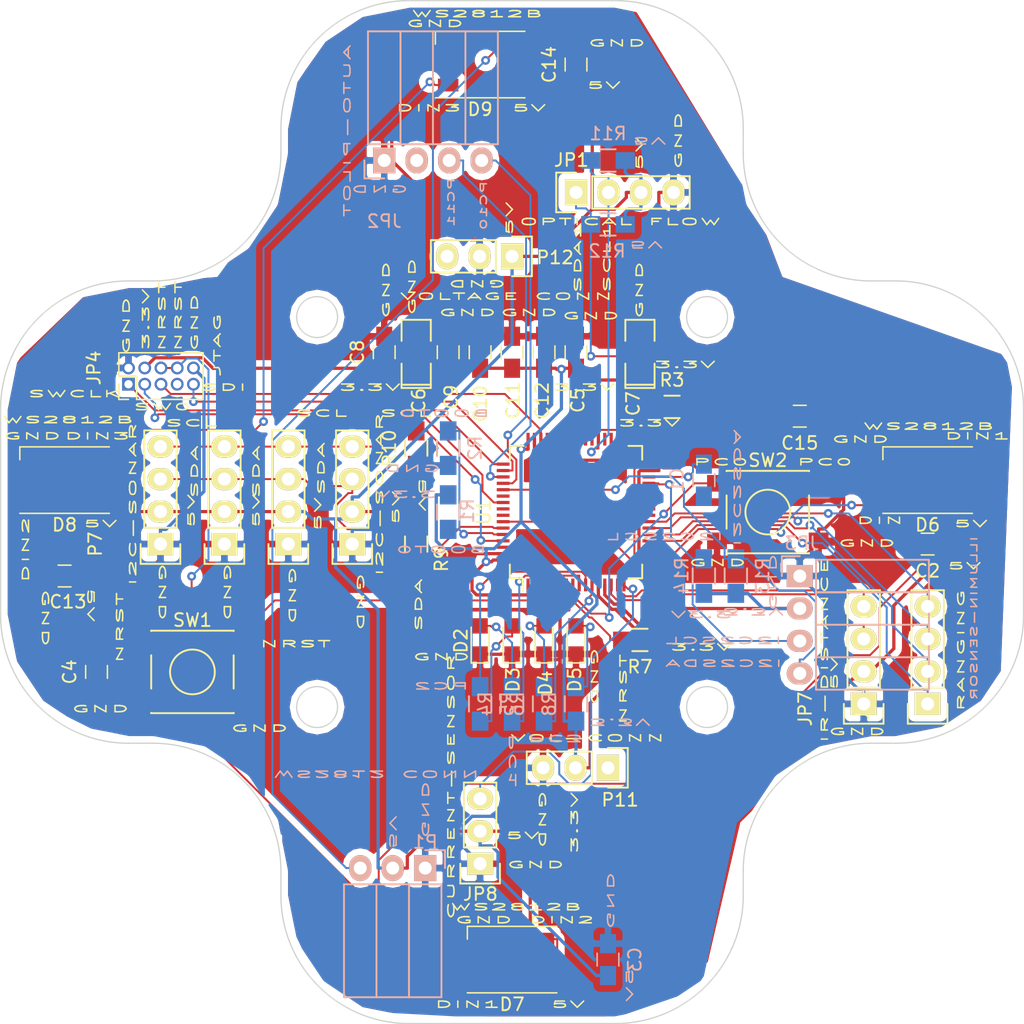
<source format=kicad_pcb>
(kicad_pcb (version 4) (host pcbnew 4.0.4-stable)
  (layers (0 F.Cu signal) (31 B.Cu signal) (34 B.Paste user) (35 F.Paste user) (36 B.SilkS user) (37 F.SilkS user) (38 B.Mask user) (39 F.Mask user) (44 Edge.Cuts user))
  (net 0 "")
  (net 1 "Net-(C1-Pad1)")
  (net 2 "Net-(C1-Pad2)")
  (net 3 /5V)
  (net 4 GND)
  (net 5 /NRST)
  (net 6 /3.3V)
  (net 7 /PC0)
  (net 8 "Net-(D2-Pad2)")
  (net 9 "Net-(D3-Pad2)")
  (net 10 "Net-(D4-Pad2)")
  (net 11 "Net-(D5-Pad2)")
  (net 12 /DIN)
  (net 13 /DIN1)
  (net 14 /DIN2)
  (net 15 /DIN3)
  (net 16 "Net-(D9-Pad2)")
  (net 17 /SWCLK)
  (net 18 /SWO)
  (net 19 /SWDIO)
  (net 20 "Net-(JP4-Pad7)")
  (net 21 /SDI)
  (net 22 /BOOT0)
  (net 23 /PC1)
  (net 24 /PC2)
  (net 25 /PC3)
  (net 26 /SDA)
  (net 27 /SCL)
  (net 28 "Net-(JP1-Pad2)")
  (net 29 "Net-(JP1-Pad1)")
  (net 30 /I2C2SDA)
  (net 31 /I2C2SCL)
  (net 32 "Net-(U1-Pad2)")
  (net 33 "Net-(U1-Pad3)")
  (net 34 "Net-(U1-Pad4)")
  (net 35 "Net-(U1-Pad5)")
  (net 36 "Net-(U1-Pad6)")
  (net 37 /OUT)
  (net 38 /ENABLE)
  (net 39 "Net-(JP8-Pad3)")
  (net 40 "Net-(U1-Pad17)")
  (net 41 "Net-(U1-Pad19)")
  (net 42 "Net-(JP9-Pad1)")
  (net 43 "Net-(JP9-Pad2)")
  (net 44 "Net-(JP9-Pad3)")
  (net 45 "Net-(JP9-Pad4)")
  (net 46 "Net-(U1-Pad24)")
  (net 47 "Net-(U1-Pad25)")
  (net 48 "Net-(U1-Pad26)")
  (net 49 "Net-(U1-Pad27)")
  (net 50 "Net-(U1-Pad28)")
  (net 51 "Net-(U1-Pad33)")
  (net 52 "Net-(U1-Pad34)")
  (net 53 "Net-(U1-Pad35)")
  (net 54 "Net-(U1-Pad36)")
  (net 55 "Net-(U1-Pad39)")
  (net 56 "Net-(U1-Pad40)")
  (net 57 "Net-(U1-Pad41)")
  (net 58 "Net-(U1-Pad42)")
  (net 59 "Net-(U1-Pad43)")
  (net 60 "Net-(U1-Pad44)")
  (net 61 "Net-(U1-Pad45)")
  (net 62 /PC10)
  (net 63 /PC11)
  (net 64 "Net-(U1-Pad54)")
  (net 65 "Net-(U1-Pad56)")
  (net 66 "Net-(U1-Pad57)")
  (net 67 "Net-(U1-Pad62)")
  (net 68 "Net-(JP2-Pad2)")
  (net 69 "Net-(P11-Pad1)")
  (net 70 "Net-(P12-Pad3)")
  (module Capacitors_SMD:C_0805_HandSoldering (layer B.Cu) (at 130 102.5 270)
    (fp_text reference C1 (at 0 2.1 270) (layer B.SilkS) (effects (justify mirror)))
    (fp_text value 2.2nF)
    (pad 1 smd rect (at -1.25 0 270) (size 1.5 1.25) (layers B.Cu B.Paste B.Mask) (net 1 "Net-(C1-Pad1)"))
    (pad 2 smd rect (at 1.25 0 270) (size 1.5 1.25) (layers B.Cu B.Paste B.Mask) (net 2 "Net-(C1-Pad2)"))
  )
  (module Capacitors_SMD:C_0805_HandSoldering (layer F.Cu) (at 147.5 107.5 180)
    (fp_text reference C2 (at 0 -2.1 180) (layer F.SilkS))
    (fp_text value 0.1U)
    (pad 1 smd rect (at -1.25 0 180) (size 1.5 1.25) (layers F.Cu F.Paste F.Mask) (net 3 /5V))
    (pad 2 smd rect (at 1.25 0 180) (size 1.5 1.25) (layers F.Cu F.Paste F.Mask) (net 4 GND))
  )
  (module Capacitors_SMD:C_0805_HandSoldering (layer B.Cu) (at 122.5 140 90)
    (fp_text reference C3 (at 0 2.1 90) (layer B.SilkS) (effects (justify mirror)))
    (fp_text value 0.1U)
    (pad 1 smd rect (at -1.25 0 90) (size 1.5 1.25) (layers B.Cu B.Paste B.Mask) (net 3 /5V))
    (pad 2 smd rect (at 1.25 0 90) (size 1.5 1.25) (layers B.Cu B.Paste B.Mask) (net 4 GND))
  )
  (module Capacitors_SMD:C_0805_HandSoldering (layer F.Cu) (at 82.5 117.5 90)
    (fp_text reference C4 (at 0 -2.1 90) (layer F.SilkS))
    (fp_text value 100nF)
    (pad 1 smd rect (at -1.25 0 90) (size 1.5 1.25) (layers F.Cu F.Paste F.Mask) (net 4 GND))
    (pad 2 smd rect (at 1.25 0 90) (size 1.5 1.25) (layers F.Cu F.Paste F.Mask) (net 5 /NRST))
  )
  (module Capacitors_SMD:C_0805_HandSoldering (layer F.Cu) (at 120 92.5 90)
    (fp_text reference C5 (at -3.766 0.142 90) (layer F.SilkS))
    (fp_text value 100nF)
    (pad 1 smd rect (at -1.25 0 90) (size 1.5 1.25) (layers F.Cu F.Paste F.Mask) (net 6 /3.3V))
    (pad 2 smd rect (at 1.25 0 90) (size 1.5 1.25) (layers F.Cu F.Paste F.Mask) (net 4 GND))
  )
  (module SMD_Packages:SMD-1206_Pol (layer F.Cu) (at 107.5 92.5 90)
    (fp_text reference C6 (at -3.766 0.196 90) (layer F.SilkS))
    (fp_text value 1U)
    (pad 1 smd rect (at -1.651 0 90) (size 1.524 2.032) (layers F.Cu F.Paste F.Mask) (net 6 /3.3V))
    (pad 2 smd rect (at 1.651 0 90) (size 1.524 2.032) (layers F.Cu F.Paste F.Mask) (net 4 GND))
  )
  (module SMD_Packages:SMD-1206_Pol (layer F.Cu) (at 125 92.5 90)
    (fp_text reference C7 (at -4.02 -0.54 90) (layer F.SilkS))
    (fp_text value 4.7U)
    (pad 1 smd rect (at -1.651 0 90) (size 1.524 2.032) (layers F.Cu F.Paste F.Mask) (net 6 /3.3V))
    (pad 2 smd rect (at 1.651 0 90) (size 1.524 2.032) (layers F.Cu F.Paste F.Mask) (net 4 GND))
  )
  (module Capacitors_SMD:C_0805_HandSoldering (layer F.Cu) (at 105 92.5 90)
    (fp_text reference C8 (at 0 -2.1 90) (layer F.SilkS))
    (fp_text value 0.1U)
    (pad 1 smd rect (at -1.25 0 90) (size 1.5 1.25) (layers F.Cu F.Paste F.Mask) (net 6 /3.3V))
    (pad 2 smd rect (at 1.25 0 90) (size 1.5 1.25) (layers F.Cu F.Paste F.Mask) (net 4 GND))
  )
  (module Capacitors_SMD:C_0805_HandSoldering (layer F.Cu) (at 110 92.5 90)
    (fp_text reference C9 (at -3.512 0.236 90) (layer F.SilkS))
    (fp_text value 0.1U)
    (pad 1 smd rect (at -1.25 0 90) (size 1.5 1.25) (layers F.Cu F.Paste F.Mask) (net 6 /3.3V))
    (pad 2 smd rect (at 1.25 0 90) (size 1.5 1.25) (layers F.Cu F.Paste F.Mask) (net 4 GND))
  )
  (module Capacitors_SMD:C_0805_HandSoldering (layer F.Cu) (at 112.5 92.5 90)
    (fp_text reference C10 (at -4.02 0.022 90) (layer F.SilkS))
    (fp_text value 0.1U)
    (pad 1 smd rect (at -1.25 0 90) (size 1.5 1.25) (layers F.Cu F.Paste F.Mask) (net 6 /3.3V))
    (pad 2 smd rect (at 1.25 0 90) (size 1.5 1.25) (layers F.Cu F.Paste F.Mask) (net 4 GND))
  )
  (module Capacitors_SMD:C_0805_HandSoldering (layer F.Cu) (at 115 92.5 90)
    (fp_text reference C11 (at -3.766 0.062 90) (layer F.SilkS))
    (fp_text value 0.1U)
    (pad 1 smd rect (at -1.25 0 90) (size 1.5 1.25) (layers F.Cu F.Paste F.Mask) (net 6 /3.3V))
    (pad 2 smd rect (at 1.25 0 90) (size 1.5 1.25) (layers F.Cu F.Paste F.Mask) (net 4 GND))
  )
  (module Capacitors_SMD:C_0805_HandSoldering (layer F.Cu) (at 117.5 92.5 90)
    (fp_text reference C12 (at -3.766 -0.152 90) (layer F.SilkS))
    (fp_text value 0.1U)
    (pad 1 smd rect (at -1.25 0 90) (size 1.5 1.25) (layers F.Cu F.Paste F.Mask) (net 6 /3.3V))
    (pad 2 smd rect (at 1.25 0 90) (size 1.5 1.25) (layers F.Cu F.Paste F.Mask) (net 4 GND))
  )
  (module Capacitors_SMD:C_0805_HandSoldering (layer F.Cu) (at 80 110 180)
    (fp_text reference C13 (at -0.264 -2.014 180) (layer F.SilkS))
    (fp_text value 0.1U)
    (pad 1 smd rect (at -1.25 0 180) (size 1.5 1.25) (layers F.Cu F.Paste F.Mask) (net 3 /5V))
    (pad 2 smd rect (at 1.25 0 180) (size 1.5 1.25) (layers F.Cu F.Paste F.Mask) (net 4 GND))
  )
  (module Capacitors_SMD:C_0805_HandSoldering (layer F.Cu) (at 120 70 90)
    (fp_text reference C14 (at 0 -2.1 90) (layer F.SilkS))
    (fp_text value 0.1U)
    (pad 1 smd rect (at -1.25 0 90) (size 1.5 1.25) (layers F.Cu F.Paste F.Mask) (net 3 /5V))
    (pad 2 smd rect (at 1.25 0 90) (size 1.5 1.25) (layers F.Cu F.Paste F.Mask) (net 4 GND))
  )
  (module Capacitors_SMD:C_0805_HandSoldering (layer F.Cu) (at 137.5 97.5 180)
    (fp_text reference C15 (at 0 -2.1 180) (layer F.SilkS))
    (fp_text value 100nF)
    (pad 1 smd rect (at -1.25 0 180) (size 1.5 1.25) (layers F.Cu F.Paste F.Mask) (net 4 GND))
    (pad 2 smd rect (at 1.25 0 180) (size 1.5 1.25) (layers F.Cu F.Paste F.Mask) (net 7 /PC0))
  )
  (module LEDs:LED_0805 (layer F.Cu) (at 112.5 115 90)
    (fp_text reference D2 (at -0.062 -1.502 90) (layer F.SilkS))
    (fp_text value LED)
    (pad 2 smd rect (at 1.1 0 270) (size 1.2 1.2) (layers F.Cu F.Paste F.Mask) (net 8 "Net-(D2-Pad2)"))
    (pad 1 smd rect (at -1.1 0 270) (size 1.2 1.2) (layers F.Cu F.Paste F.Mask) (net 4 GND))
  )
  (module LEDs:LED_0805 (layer F.Cu) (at 115 115 90)
    (fp_text reference D3 (at -3.11 0.062 90) (layer F.SilkS))
    (fp_text value LED)
    (pad 2 smd rect (at 1.1 0 270) (size 1.2 1.2) (layers F.Cu F.Paste F.Mask) (net 9 "Net-(D3-Pad2)"))
    (pad 1 smd rect (at -1.1 0 270) (size 1.2 1.2) (layers F.Cu F.Paste F.Mask) (net 4 GND))
  )
  (module LEDs:LED_0805 (layer F.Cu) (at 117.5 115 90)
    (fp_text reference D4 (at -3.364 0.102 90) (layer F.SilkS))
    (fp_text value LED)
    (pad 2 smd rect (at 1.1 0 270) (size 1.2 1.2) (layers F.Cu F.Paste F.Mask) (net 10 "Net-(D4-Pad2)"))
    (pad 1 smd rect (at -1.1 0 270) (size 1.2 1.2) (layers F.Cu F.Paste F.Mask) (net 4 GND))
  )
  (module LEDs:LED_0805 (layer F.Cu) (at 120 115 90)
    (fp_text reference D5 (at -3.11 -0.112 90) (layer F.SilkS))
    (fp_text value LED)
    (pad 2 smd rect (at 1.1 0 270) (size 1.2 1.2) (layers F.Cu F.Paste F.Mask) (net 11 "Net-(D5-Pad2)"))
    (pad 1 smd rect (at -1.1 0 270) (size 1.2 1.2) (layers F.Cu F.Paste F.Mask) (net 4 GND))
  )
  (module LEDs:LED_WS2812B-PLCC4 (layer F.Cu) (at 147.5 102.5 180)
    (fp_text reference D6 (at 0 -3.5 180) (layer F.SilkS))
    (fp_text value WS2812B)
    (pad 3 smd rect (at 2.5 1.6 180) (size 1.6 1) (layers F.Cu F.Paste F.Mask) (net 4 GND))
    (pad 4 smd rect (at 2.5 -1.6 180) (size 1.6 1) (layers F.Cu F.Paste F.Mask) (net 12 /DIN))
    (pad 2 smd rect (at -2.5 1.6 180) (size 1.6 1) (layers F.Cu F.Paste F.Mask) (net 13 /DIN1))
    (pad 1 smd rect (at -2.5 -1.6 180) (size 1.6 1) (layers F.Cu F.Paste F.Mask) (net 3 /5V))
  )
  (module LEDs:LED_WS2812B-PLCC4 (layer F.Cu) (at 115 140 180)
    (fp_text reference D7 (at 0 -3.5 180) (layer F.SilkS))
    (fp_text value WS2812B)
    (pad 3 smd rect (at 2.5 1.6 180) (size 1.6 1) (layers F.Cu F.Paste F.Mask) (net 4 GND))
    (pad 4 smd rect (at 2.5 -1.6 180) (size 1.6 1) (layers F.Cu F.Paste F.Mask) (net 13 /DIN1))
    (pad 2 smd rect (at -2.5 1.6 180) (size 1.6 1) (layers F.Cu F.Paste F.Mask) (net 14 /DIN2))
    (pad 1 smd rect (at -2.5 -1.6 180) (size 1.6 1) (layers F.Cu F.Paste F.Mask) (net 3 /5V))
  )
  (module LEDs:LED_WS2812B-PLCC4 (layer F.Cu) (at 80 102.5 180)
    (fp_text reference D8 (at 0 -3.5 180) (layer F.SilkS))
    (fp_text value WS2812B)
    (pad 3 smd rect (at 2.5 1.6 180) (size 1.6 1) (layers F.Cu F.Paste F.Mask) (net 4 GND))
    (pad 4 smd rect (at 2.5 -1.6 180) (size 1.6 1) (layers F.Cu F.Paste F.Mask) (net 14 /DIN2))
    (pad 2 smd rect (at -2.5 1.6 180) (size 1.6 1) (layers F.Cu F.Paste F.Mask) (net 15 /DIN3))
    (pad 1 smd rect (at -2.5 -1.6 180) (size 1.6 1) (layers F.Cu F.Paste F.Mask) (net 3 /5V))
  )
  (module LEDs:LED_WS2812B-PLCC4 (layer F.Cu) (at 112.5 70 180)
    (fp_text reference D9 (at 0 -3.5 180) (layer F.SilkS))
    (fp_text value WS2812B)
    (pad 3 smd rect (at 2.5 1.6 180) (size 1.6 1) (layers F.Cu F.Paste F.Mask) (net 4 GND))
    (pad 4 smd rect (at 2.5 -1.6 180) (size 1.6 1) (layers F.Cu F.Paste F.Mask) (net 15 /DIN3))
    (pad 2 smd rect (at -2.5 1.6 180) (size 1.6 1) (layers F.Cu F.Paste F.Mask) (net 16 "Net-(D9-Pad2)"))
    (pad 1 smd rect (at -2.5 -1.6 180) (size 1.6 1) (layers F.Cu F.Paste F.Mask) (net 3 /5V))
  )
  (module Socket_Stripsss:Socket_Strip_Straight_1x04 (layer F.Cu) (at 120 80)
    (fp_text reference JP1 (at -0.366 -2.53) (layer F.SilkS))
    (fp_text value OPTICAL-FLOW)
    (pad 1 thru_hole rect (at 0 0) (size 1.7272 2.032) (drill 1.016) (layers *.Cu *.Mask F.SilkS) (net 29 "Net-(JP1-Pad1)"))
    (pad 2 thru_hole oval (at 2.54 0) (size 1.7272 2.032) (drill 1.016) (layers *.Cu *.Mask F.SilkS) (net 28 "Net-(JP1-Pad2)"))
    (pad 3 thru_hole oval (at 5.08 0) (size 1.7272 2.032) (drill 1.016) (layers *.Cu *.Mask F.SilkS) (net 3 /5V))
    (pad 4 thru_hole oval (at 7.62 0) (size 1.7272 2.032) (drill 1.016) (layers *.Cu *.Mask F.SilkS) (net 4 GND))
  )
  (module Socket_Stripsss:Socket_Strip_Angled_1x04 (layer B.Cu) (at 105 77.5)
    (fp_text reference JP2 (at 0 4.75) (layer B.SilkS) (effects (justify mirror)))
    (fp_text value AUTOPILOT)
    (pad 1 thru_hole rect (at 0 0) (size 1.7272 2.032) (drill 1.016) (layers *.Cu *.Mask B.SilkS) (net 4 GND))
    (pad 2 thru_hole oval (at 2.54 0) (size 1.7272 2.032) (drill 1.016) (layers *.Cu *.Mask B.SilkS) (net 68 "Net-(JP2-Pad2)"))
    (pad 3 thru_hole oval (at 5.08 0) (size 1.7272 2.032) (drill 1.016) (layers *.Cu *.Mask B.SilkS) (net 63 /PC11))
    (pad 4 thru_hole oval (at 7.62 0) (size 1.7272 2.032) (drill 1.016) (layers *.Cu *.Mask B.SilkS) (net 62 /PC10))
  )
  (module Socket_Stripsss:Socket_Strip_Angled_1x04 (layer B.Cu) (at 137.5 110 270)
    (fp_text reference JP3 (at -2.558 -0.168 540) (layer B.SilkS) (effects (justify mirror)))
    (fp_text value ILLUMINSENSORI2C2)
    (pad 1 thru_hole rect (at 0 0 270) (size 1.7272 2.032) (drill 1.016) (layers *.Cu *.Mask B.SilkS) (net 4 GND))
    (pad 2 thru_hole oval (at 2.54 0 270) (size 1.7272 2.032) (drill 1.016) (layers *.Cu *.Mask B.SilkS) (net 6 /3.3V))
    (pad 3 thru_hole oval (at 5.08 0 270) (size 1.7272 2.032) (drill 1.016) (layers *.Cu *.Mask B.SilkS) (net 31 /I2C2SCL))
    (pad 4 thru_hole oval (at 7.62 0 270) (size 1.7272 2.032) (drill 1.016) (layers *.Cu *.Mask B.SilkS) (net 30 /I2C2SDA))
  )
  (module Pin_Headers:Pin_Header_Straight_2x05_Pitch1.27mm (layer F.Cu) (at 85 95 90)
    (fp_text reference JP4 (at 1.274 -2.704 90) (layer F.SilkS))
    (fp_text value JTAG)
    (pad 1 thru_hole rect (at 0 0 90) (size 1 1) (drill 0.65) (layers *.Cu *.Mask) (net 17 /SWCLK))
    (pad 2 thru_hole oval (at 1.27 0 90) (size 1 1) (drill 0.65) (layers *.Cu *.Mask) (net 4 GND))
    (pad 3 thru_hole oval (at 0 1.27 90) (size 1 1) (drill 0.65) (layers *.Cu *.Mask) (net 18 /SWO))
    (pad 4 thru_hole oval (at 1.27 1.27 90) (size 1 1) (drill 0.65) (layers *.Cu *.Mask) (net 6 /3.3V))
    (pad 5 thru_hole oval (at 0 2.54 90) (size 1 1) (drill 0.65) (layers *.Cu *.Mask) (net 19 /SWDIO))
    (pad 6 thru_hole oval (at 1.27 2.54 90) (size 1 1) (drill 0.65) (layers *.Cu *.Mask) (net 5 /NRST))
    (pad 7 thru_hole oval (at 0 3.81 90) (size 1 1) (drill 0.65) (layers *.Cu *.Mask) (net 20 "Net-(JP4-Pad7)"))
    (pad 8 thru_hole oval (at 1.27 3.81 90) (size 1 1) (drill 0.65) (layers *.Cu *.Mask) (net 5 /NRST))
    (pad 9 thru_hole oval (at 0 5.08 90) (size 1 1) (drill 0.65) (layers *.Cu *.Mask) (net 21 /SDI))
    (pad 10 thru_hole oval (at 1.27 5.08 90) (size 1 1) (drill 0.65) (layers *.Cu *.Mask) (net 4 GND))
  )
  (module Resistors_SMD:R_0805_HandSoldering (layer B.Cu) (at 110 105 270)
    (fp_text reference R1 (at -0.098 -1.506 270) (layer B.SilkS) (effects (justify mirror)))
    (fp_text value 4.7KE)
    (pad 1 smd rect (at -1.35 0 270) (size 1.5 1.3) (layers B.Cu B.Paste B.Mask) (net 6 /3.3V))
    (pad 2 smd rect (at 1.35 0 270) (size 1.5 1.3) (layers B.Cu B.Paste B.Mask) (net 22 /BOOT0))
  )
  (module Resistors_SMD:R_0805_HandSoldering (layer B.Cu) (at 110 100 90)
    (fp_text reference R2 (at 0 2.1 90) (layer B.SilkS) (effects (justify mirror)))
    (fp_text value 4.7KE)
    (pad 1 smd rect (at -1.35 0 90) (size 1.5 1.3) (layers B.Cu B.Paste B.Mask) (net 4 GND))
    (pad 2 smd rect (at 1.35 0 90) (size 1.5 1.3) (layers B.Cu B.Paste B.Mask) (net 22 /BOOT0))
  )
  (module Resistors_SMD:R_0805_HandSoldering (layer F.Cu) (at 127.508 96.774)
    (fp_text reference R3 (at 0 -2.1) (layer F.SilkS))
    (fp_text value 10KE)
    (pad 1 smd rect (at -1.35 0) (size 1.5 1.3) (layers F.Cu F.Paste F.Mask) (net 6 /3.3V))
    (pad 2 smd rect (at 1.35 0) (size 1.5 1.3) (layers F.Cu F.Paste F.Mask) (net 7 /PC0))
  )
  (module Resistors_SMD:R_0805_HandSoldering (layer B.Cu) (at 115 120 270)
    (fp_text reference R4 (at 0 2.1 270) (layer B.SilkS) (effects (justify mirror)))
    (fp_text value 470E)
    (pad 1 smd rect (at -1.35 0 270) (size 1.5 1.3) (layers B.Cu B.Paste B.Mask) (net 8 "Net-(D2-Pad2)"))
    (pad 2 smd rect (at 1.35 0 270) (size 1.5 1.3) (layers B.Cu B.Paste B.Mask) (net 23 /PC1))
  )
  (module Resistors_SMD:R_0805_HandSoldering (layer B.Cu) (at 112.5 120 90)
    (fp_text reference R5 (at 0 2.1 90) (layer B.SilkS) (effects (justify mirror)))
    (fp_text value 470E)
    (pad 1 smd rect (at -1.35 0 90) (size 1.5 1.3) (layers B.Cu B.Paste B.Mask) (net 9 "Net-(D3-Pad2)"))
    (pad 2 smd rect (at 1.35 0 90) (size 1.5 1.3) (layers B.Cu B.Paste B.Mask) (net 24 /PC2))
  )
  (module Resistors_SMD:R_0805_HandSoldering (layer B.Cu) (at 117.5 120 270)
    (fp_text reference R6 (at 0 2.1 270) (layer B.SilkS) (effects (justify mirror)))
    (fp_text value 470E)
    (pad 1 smd rect (at -1.35 0 270) (size 1.5 1.3) (layers B.Cu B.Paste B.Mask) (net 10 "Net-(D4-Pad2)"))
    (pad 2 smd rect (at 1.35 0 270) (size 1.5 1.3) (layers B.Cu B.Paste B.Mask) (net 25 /PC3))
  )
  (module Resistors_SMD:R_0805_HandSoldering (layer F.Cu) (at 125 115 180)
    (fp_text reference R7 (at 0 -2.1 180) (layer F.SilkS))
    (fp_text value 10KE)
    (pad 1 smd rect (at -1.35 0 180) (size 1.5 1.3) (layers F.Cu F.Paste F.Mask) (net 6 /3.3V))
    (pad 2 smd rect (at 1.35 0 180) (size 1.5 1.3) (layers F.Cu F.Paste F.Mask) (net 5 /NRST))
  )
  (module Resistors_SMD:R_0805_HandSoldering (layer B.Cu) (at 120 120 270)
    (fp_text reference R8 (at 0 2.1 270) (layer B.SilkS) (effects (justify mirror)))
    (fp_text value 470E)
    (pad 1 smd rect (at -1.35 0 270) (size 1.5 1.3) (layers B.Cu B.Paste B.Mask) (net 11 "Net-(D5-Pad2)"))
    (pad 2 smd rect (at 1.35 0 270) (size 1.5 1.3) (layers B.Cu B.Paste B.Mask) (net 6 /3.3V))
  )
  (module Resistors_SMD:R_0805_HandSoldering (layer F.Cu) (at 107.5 107.5 270)
    (fp_text reference R9 (at 1.212 -1.974 270) (layer F.SilkS))
    (fp_text value 4.7KE)
    (pad 1 smd rect (at -1.35 0 270) (size 1.5 1.3) (layers F.Cu F.Paste F.Mask) (net 3 /5V))
    (pad 2 smd rect (at 1.35 0 270) (size 1.5 1.3) (layers F.Cu F.Paste F.Mask) (net 26 /SDA))
  )
  (module Resistors_SMD:R_0805_HandSoldering (layer F.Cu) (at 107.5 100 90)
    (fp_text reference R10 (at 0 -2.1 90) (layer F.SilkS))
    (fp_text value 4.7KE)
    (pad 1 smd rect (at -1.35 0 90) (size 1.5 1.3) (layers F.Cu F.Paste F.Mask) (net 3 /5V))
    (pad 2 smd rect (at 1.35 0 90) (size 1.5 1.3) (layers F.Cu F.Paste F.Mask) (net 27 /SCL))
  )
  (module Resistors_SMD:R_0805_HandSoldering (layer B.Cu) (at 122.5 77.5 180)
    (fp_text reference R11 (at 0 2.1 180) (layer B.SilkS) (effects (justify mirror)))
    (fp_text value 4.7KE)
    (pad 1 smd rect (at -1.35 0 180) (size 1.5 1.3) (layers B.Cu B.Paste B.Mask) (net 3 /5V))
    (pad 2 smd rect (at 1.35 0 180) (size 1.5 1.3) (layers B.Cu B.Paste B.Mask) (net 28 "Net-(JP1-Pad2)"))
  )
  (module Resistors_SMD:R_0805_HandSoldering (layer B.Cu) (at 122.5 82.5 180)
    (fp_text reference R12 (at 0.072 -2.082 180) (layer B.SilkS) (effects (justify mirror)))
    (fp_text value 4.7KE)
    (pad 1 smd rect (at -1.35 0 180) (size 1.5 1.3) (layers B.Cu B.Paste B.Mask) (net 3 /5V))
    (pad 2 smd rect (at 1.35 0 180) (size 1.5 1.3) (layers B.Cu B.Paste B.Mask) (net 29 "Net-(JP1-Pad1)"))
  )
  (module Resistors_SMD:R_0805_HandSoldering (layer B.Cu) (at 132.5 110 90)
    (fp_text reference R13 (at 0 2.1 90) (layer B.SilkS) (effects (justify mirror)))
    (fp_text value 4.7KE)
    (pad 1 smd rect (at -1.35 0 90) (size 1.5 1.3) (layers B.Cu B.Paste B.Mask) (net 6 /3.3V))
    (pad 2 smd rect (at 1.35 0 90) (size 1.5 1.3) (layers B.Cu B.Paste B.Mask) (net 30 /I2C2SDA))
  )
  (module Resistors_SMD:R_0805_HandSoldering (layer B.Cu) (at 130 110 90)
    (fp_text reference R14 (at 0.018 -1.73 90) (layer B.SilkS) (effects (justify mirror)))
    (fp_text value 4.7KE)
    (pad 1 smd rect (at -1.35 0 90) (size 1.5 1.3) (layers B.Cu B.Paste B.Mask) (net 6 /3.3V))
    (pad 2 smd rect (at 1.35 0 90) (size 1.5 1.3) (layers B.Cu B.Paste B.Mask) (net 31 /I2C2SCL))
  )
  (module Buttons_Switches_SMD:SW_SPST_PTS645 (layer F.Cu) (at 90 117.5)
    (fp_text reference SW1 (at 0 -4.05) (layer F.SilkS))
    (fp_text value SW_PUSH)
    (pad 2 smd rect (at -3.975 2.25) (size 1.55 1.3) (layers F.Cu F.Paste F.Mask) (net 4 GND))
    (pad 1 smd rect (at -3.975 -2.25) (size 1.55 1.3) (layers F.Cu F.Paste F.Mask) (net 5 /NRST))
    (pad 1 smd rect (at 3.975 -2.25) (size 1.55 1.3) (layers F.Cu F.Paste F.Mask) (net 5 /NRST))
    (pad 2 smd rect (at 3.975 2.25) (size 1.55 1.3) (layers F.Cu F.Paste F.Mask) (net 4 GND))
  )
  (module Buttons_Switches_SMD:SW_SPST_PTS645 (layer F.Cu) (at 135 105)
    (fp_text reference SW2 (at 0 -4.05) (layer F.SilkS))
    (fp_text value SW_PUSH)
    (pad 2 smd rect (at -3.975 2.25) (size 1.55 1.3) (layers F.Cu F.Paste F.Mask) (net 4 GND))
    (pad 1 smd rect (at -3.975 -2.25) (size 1.55 1.3) (layers F.Cu F.Paste F.Mask) (net 7 /PC0))
    (pad 1 smd rect (at 3.975 -2.25) (size 1.55 1.3) (layers F.Cu F.Paste F.Mask) (net 7 /PC0))
    (pad 2 smd rect (at 3.975 2.25) (size 1.55 1.3) (layers F.Cu F.Paste F.Mask) (net 4 GND))
  )
  (module Housings_QFP:LQFP-64_10x10mm_Pitch0.5mm (layer F.Cu) (at 120 105 90)
    (fp_text reference U1 (at 0 -7.2 90) (layer F.SilkS))
    (fp_text value STM32F446RETx)
    (pad 1 smd rect (at -5.7 -3.75 90) (size 1 0.25) (layers F.Cu F.Paste F.Mask) (net 6 /3.3V))
    (pad 2 smd rect (at -5.7 -3.25 90) (size 1 0.25) (layers F.Cu F.Paste F.Mask) (net 32 "Net-(U1-Pad2)"))
    (pad 3 smd rect (at -5.7 -2.75 90) (size 1 0.25) (layers F.Cu F.Paste F.Mask) (net 33 "Net-(U1-Pad3)"))
    (pad 4 smd rect (at -5.7 -2.25 90) (size 1 0.25) (layers F.Cu F.Paste F.Mask) (net 34 "Net-(U1-Pad4)"))
    (pad 5 smd rect (at -5.7 -1.75 90) (size 1 0.25) (layers F.Cu F.Paste F.Mask) (net 35 "Net-(U1-Pad5)"))
    (pad 6 smd rect (at -5.7 -1.25 90) (size 1 0.25) (layers F.Cu F.Paste F.Mask) (net 36 "Net-(U1-Pad6)"))
    (pad 7 smd rect (at -5.7 -0.75 90) (size 1 0.25) (layers F.Cu F.Paste F.Mask) (net 5 /NRST))
    (pad 8 smd rect (at -5.7 -0.25 90) (size 1 0.25) (layers F.Cu F.Paste F.Mask) (net 7 /PC0))
    (pad 9 smd rect (at -5.7 0.25 90) (size 1 0.25) (layers F.Cu F.Paste F.Mask) (net 23 /PC1))
    (pad 10 smd rect (at -5.7 0.75 90) (size 1 0.25) (layers F.Cu F.Paste F.Mask) (net 24 /PC2))
    (pad 11 smd rect (at -5.7 1.25 90) (size 1 0.25) (layers F.Cu F.Paste F.Mask) (net 25 /PC3))
    (pad 12 smd rect (at -5.7 1.75 90) (size 1 0.25) (layers F.Cu F.Paste F.Mask) (net 4 GND))
    (pad 13 smd rect (at -5.7 2.25 90) (size 1 0.25) (layers F.Cu F.Paste F.Mask) (net 6 /3.3V))
    (pad 14 smd rect (at -5.7 2.75 90) (size 1 0.25) (layers F.Cu F.Paste F.Mask) (net 37 /OUT))
    (pad 15 smd rect (at -5.7 3.25 90) (size 1 0.25) (layers F.Cu F.Paste F.Mask) (net 38 /ENABLE))
    (pad 16 smd rect (at -5.7 3.75 90) (size 1 0.25) (layers F.Cu F.Paste F.Mask) (net 39 "Net-(JP8-Pad3)"))
    (pad 17 smd rect (at -3.75 5.7 180) (size 1 0.25) (layers F.Cu F.Paste F.Mask) (net 40 "Net-(U1-Pad17)"))
    (pad 18 smd rect (at -3.25 5.7 180) (size 1 0.25) (layers F.Cu F.Paste F.Mask) (net 4 GND))
    (pad 19 smd rect (at -2.75 5.7 180) (size 1 0.25) (layers F.Cu F.Paste F.Mask) (net 41 "Net-(U1-Pad19)"))
    (pad 20 smd rect (at -2.25 5.7 180) (size 1 0.25) (layers F.Cu F.Paste F.Mask) (net 42 "Net-(JP9-Pad1)"))
    (pad 21 smd rect (at -1.75 5.7 180) (size 1 0.25) (layers F.Cu F.Paste F.Mask) (net 43 "Net-(JP9-Pad2)"))
    (pad 22 smd rect (at -1.25 5.7 180) (size 1 0.25) (layers F.Cu F.Paste F.Mask) (net 44 "Net-(JP9-Pad3)"))
    (pad 23 smd rect (at -0.75 5.7 180) (size 1 0.25) (layers F.Cu F.Paste F.Mask) (net 45 "Net-(JP9-Pad4)"))
    (pad 24 smd rect (at -0.25 5.7 180) (size 1 0.25) (layers F.Cu F.Paste F.Mask) (net 46 "Net-(U1-Pad24)"))
    (pad 25 smd rect (at 0.25 5.7 180) (size 1 0.25) (layers F.Cu F.Paste F.Mask) (net 47 "Net-(U1-Pad25)"))
    (pad 26 smd rect (at 0.75 5.7 180) (size 1 0.25) (layers F.Cu F.Paste F.Mask) (net 48 "Net-(U1-Pad26)"))
    (pad 27 smd rect (at 1.25 5.7 180) (size 1 0.25) (layers F.Cu F.Paste F.Mask) (net 49 "Net-(U1-Pad27)"))
    (pad 28 smd rect (at 1.75 5.7 180) (size 1 0.25) (layers F.Cu F.Paste F.Mask) (net 50 "Net-(U1-Pad28)"))
    (pad 29 smd rect (at 2.25 5.7 180) (size 1 0.25) (layers F.Cu F.Paste F.Mask) (net 31 /I2C2SCL))
    (pad 30 smd rect (at 2.75 5.7 180) (size 1 0.25) (layers F.Cu F.Paste F.Mask) (net 1 "Net-(C1-Pad1)"))
    (pad 31 smd rect (at 3.25 5.7 180) (size 1 0.25) (layers F.Cu F.Paste F.Mask) (net 4 GND))
    (pad 32 smd rect (at 3.75 5.7 180) (size 1 0.25) (layers F.Cu F.Paste F.Mask) (net 41 "Net-(U1-Pad19)"))
    (pad 33 smd rect (at 5.7 3.75 90) (size 1 0.25) (layers F.Cu F.Paste F.Mask) (net 51 "Net-(U1-Pad33)"))
    (pad 34 smd rect (at 5.7 3.25 90) (size 1 0.25) (layers F.Cu F.Paste F.Mask) (net 52 "Net-(U1-Pad34)"))
    (pad 35 smd rect (at 5.7 2.75 90) (size 1 0.25) (layers F.Cu F.Paste F.Mask) (net 53 "Net-(U1-Pad35)"))
    (pad 36 smd rect (at 5.7 2.25 90) (size 1 0.25) (layers F.Cu F.Paste F.Mask) (net 54 "Net-(U1-Pad36)"))
    (pad 37 smd rect (at 5.7 1.75 90) (size 1 0.25) (layers F.Cu F.Paste F.Mask) (net 28 "Net-(JP1-Pad2)"))
    (pad 38 smd rect (at 5.7 1.25 90) (size 1 0.25) (layers F.Cu F.Paste F.Mask) (net 29 "Net-(JP1-Pad1)"))
    (pad 39 smd rect (at 5.7 0.75 90) (size 1 0.25) (layers F.Cu F.Paste F.Mask) (net 55 "Net-(U1-Pad39)"))
    (pad 40 smd rect (at 5.7 0.25 90) (size 1 0.25) (layers F.Cu F.Paste F.Mask) (net 56 "Net-(U1-Pad40)"))
    (pad 41 smd rect (at 5.7 -0.25 90) (size 1 0.25) (layers F.Cu F.Paste F.Mask) (net 57 "Net-(U1-Pad41)"))
    (pad 42 smd rect (at 5.7 -0.75 90) (size 1 0.25) (layers F.Cu F.Paste F.Mask) (net 58 "Net-(U1-Pad42)"))
    (pad 43 smd rect (at 5.7 -1.25 90) (size 1 0.25) (layers F.Cu F.Paste F.Mask) (net 59 "Net-(U1-Pad43)"))
    (pad 44 smd rect (at 5.7 -1.75 90) (size 1 0.25) (layers F.Cu F.Paste F.Mask) (net 60 "Net-(U1-Pad44)"))
    (pad 45 smd rect (at 5.7 -2.25 90) (size 1 0.25) (layers F.Cu F.Paste F.Mask) (net 61 "Net-(U1-Pad45)"))
    (pad 46 smd rect (at 5.7 -2.75 90) (size 1 0.25) (layers F.Cu F.Paste F.Mask) (net 19 /SWDIO))
    (pad 47 smd rect (at 5.7 -3.25 90) (size 1 0.25) (layers F.Cu F.Paste F.Mask) (net 4 GND))
    (pad 48 smd rect (at 5.7 -3.75 90) (size 1 0.25) (layers F.Cu F.Paste F.Mask) (net 6 /3.3V))
    (pad 49 smd rect (at 3.75 -5.7 180) (size 1 0.25) (layers F.Cu F.Paste F.Mask) (net 17 /SWCLK))
    (pad 50 smd rect (at 3.25 -5.7 180) (size 1 0.25) (layers F.Cu F.Paste F.Mask) (net 21 /SDI))
    (pad 51 smd rect (at 2.75 -5.7 180) (size 1 0.25) (layers F.Cu F.Paste F.Mask) (net 62 /PC10))
    (pad 52 smd rect (at 2.25 -5.7 180) (size 1 0.25) (layers F.Cu F.Paste F.Mask) (net 63 /PC11))
    (pad 53 smd rect (at 1.75 -5.7 180) (size 1 0.25) (layers F.Cu F.Paste F.Mask) (net 30 /I2C2SDA))
    (pad 54 smd rect (at 1.25 -5.7 180) (size 1 0.25) (layers F.Cu F.Paste F.Mask) (net 64 "Net-(U1-Pad54)"))
    (pad 55 smd rect (at 0.75 -5.7 180) (size 1 0.25) (layers F.Cu F.Paste F.Mask) (net 18 /SWO))
    (pad 56 smd rect (at 0.25 -5.7 180) (size 1 0.25) (layers F.Cu F.Paste F.Mask) (net 65 "Net-(U1-Pad56)"))
    (pad 57 smd rect (at -0.25 -5.7 180) (size 1 0.25) (layers F.Cu F.Paste F.Mask) (net 66 "Net-(U1-Pad57)"))
    (pad 58 smd rect (at -0.75 -5.7 180) (size 1 0.25) (layers F.Cu F.Paste F.Mask) (net 12 /DIN))
    (pad 59 smd rect (at -1.25 -5.7 180) (size 1 0.25) (layers F.Cu F.Paste F.Mask) (net 26 /SDA))
    (pad 60 smd rect (at -1.75 -5.7 180) (size 1 0.25) (layers F.Cu F.Paste F.Mask) (net 22 /BOOT0))
    (pad 61 smd rect (at -2.25 -5.7 180) (size 1 0.25) (layers F.Cu F.Paste F.Mask) (net 27 /SCL))
    (pad 62 smd rect (at -2.75 -5.7 180) (size 1 0.25) (layers F.Cu F.Paste F.Mask) (net 67 "Net-(U1-Pad62)"))
    (pad 63 smd rect (at -3.25 -5.7 180) (size 1 0.25) (layers F.Cu F.Paste F.Mask) (net 4 GND))
    (pad 64 smd rect (at -3.75 -5.7 180) (size 1 0.25) (layers F.Cu F.Paste F.Mask) (net 6 /3.3V))
  )
  (module Socket_Stripsss:Socket_Strip_Straight_1x04 (layer F.Cu) (at 142.5 120 90)
    (fp_text reference JP7 (at -0.396 -4.578 90) (layer F.SilkS))
    (fp_text value "IR DISTANCE")
    (pad 1 thru_hole rect (at 0 0 90) (size 1.7272 2.032) (drill 1.016) (layers *.Cu *.Mask F.SilkS) (net 4 GND))
    (pad 2 thru_hole oval (at 2.54 0 90) (size 1.7272 2.032) (drill 1.016) (layers *.Cu *.Mask F.SilkS) (net 3 /5V))
    (pad 3 thru_hole oval (at 5.08 0 90) (size 1.7272 2.032) (drill 1.016) (layers *.Cu *.Mask F.SilkS) (net 37 /OUT))
    (pad 4 thru_hole oval (at 7.62 0 90) (size 1.7272 2.032) (drill 1.016) (layers *.Cu *.Mask F.SilkS) (net 38 /ENABLE))
  )
  (module Socket_Stripsss:Socket_Strip_Straight_1x03 (layer F.Cu) (at 112.5 132.5 90)
    (fp_text reference JP8 (at -2.374 0.022 180) (layer F.SilkS))
    (fp_text value "CURENT SENSOR")
    (pad 1 thru_hole rect (at 0 0 90) (size 1.7272 2.032) (drill 1.016) (layers *.Cu *.Mask F.SilkS) (net 4 GND))
    (pad 2 thru_hole oval (at 2.54 0 90) (size 1.7272 2.032) (drill 1.016) (layers *.Cu *.Mask F.SilkS) (net 3 /5V))
    (pad 3 thru_hole oval (at 5.08 0 90) (size 1.7272 2.032) (drill 1.016) (layers *.Cu *.Mask F.SilkS) (net 39 "Net-(JP8-Pad3)"))
  )
  (module Socket_Stripsss:Socket_Strip_Straight_1x04 (layer F.Cu) (at 147.5 120 90)
    (fp_text reference JP9 (at 0 -5.1 90) (layer F.SilkS))
    (fp_text value "RANGING SENSOR")
    (pad 1 thru_hole rect (at 0 0 90) (size 1.7272 2.032) (drill 1.016) (layers *.Cu *.Mask F.SilkS) (net 42 "Net-(JP9-Pad1)"))
    (pad 2 thru_hole oval (at 2.54 0 90) (size 1.7272 2.032) (drill 1.016) (layers *.Cu *.Mask F.SilkS) (net 43 "Net-(JP9-Pad2)"))
    (pad 3 thru_hole oval (at 5.08 0 90) (size 1.7272 2.032) (drill 1.016) (layers *.Cu *.Mask F.SilkS) (net 44 "Net-(JP9-Pad3)"))
    (pad 4 thru_hole oval (at 7.62 0 90) (size 1.7272 2.032) (drill 1.016) (layers *.Cu *.Mask F.SilkS) (net 45 "Net-(JP9-Pad4)"))
  )
  (module Socket_Stripsss:Socket_Strip_Angled_1x03 (layer B.Cu) (at 108.204 132.842 180)
    (fp_text reference P1 (at 0 2.032 180) (layer B.SilkS) (effects (justify mirror)))
    (fp_text value "CONN WS2812")
    (pad 1 thru_hole rect (at 0 0 180) (size 1.7272 2.032) (drill 1.016) (layers *.Cu *.Mask B.SilkS) (net 4 GND))
    (pad 2 thru_hole oval (at 2.54 0 180) (size 1.7272 2.032) (drill 1.016) (layers *.Cu *.Mask B.SilkS) (net 3 /5V))
    (pad 3 thru_hole oval (at 5.08 0 180) (size 1.7272 2.032) (drill 1.016) (layers *.Cu *.Mask B.SilkS) (net 16 "Net-(D9-Pad2)"))
  )
  (module Socket_Stripsss:Socket_Strip_Straight_1x04 (layer F.Cu) (at 92.5 107.5 90)
    (fp_text reference P4 (at 0 -5.1 90) (layer F.SilkS))
    (fp_text value I2C-SONAR)
    (pad 1 thru_hole rect (at 0 0 90) (size 1.7272 2.032) (drill 1.016) (layers *.Cu *.Mask F.SilkS) (net 4 GND))
    (pad 2 thru_hole oval (at 2.54 0 90) (size 1.7272 2.032) (drill 1.016) (layers *.Cu *.Mask F.SilkS) (net 3 /5V))
    (pad 3 thru_hole oval (at 5.08 0 90) (size 1.7272 2.032) (drill 1.016) (layers *.Cu *.Mask F.SilkS) (net 26 /SDA))
    (pad 4 thru_hole oval (at 7.62 0 90) (size 1.7272 2.032) (drill 1.016) (layers *.Cu *.Mask F.SilkS) (net 27 /SCL))
  )
  (module Socket_Stripsss:Socket_Strip_Straight_1x04 (layer F.Cu) (at 102.5 107.5 90)
    (fp_text reference P5 (at 0 -5.1 90) (layer F.SilkS))
    (fp_text value I2C-SONAR)
    (pad 1 thru_hole rect (at 0 0 90) (size 1.7272 2.032) (drill 1.016) (layers *.Cu *.Mask F.SilkS) (net 4 GND))
    (pad 2 thru_hole oval (at 2.54 0 90) (size 1.7272 2.032) (drill 1.016) (layers *.Cu *.Mask F.SilkS) (net 3 /5V))
    (pad 3 thru_hole oval (at 5.08 0 90) (size 1.7272 2.032) (drill 1.016) (layers *.Cu *.Mask F.SilkS) (net 26 /SDA))
    (pad 4 thru_hole oval (at 7.62 0 90) (size 1.7272 2.032) (drill 1.016) (layers *.Cu *.Mask F.SilkS) (net 27 /SCL))
  )
  (module Socket_Stripsss:Socket_Strip_Straight_1x04 (layer F.Cu) (at 97.5 107.5 90)
    (fp_text reference P6 (at 0 -5.1 90) (layer F.SilkS))
    (fp_text value I2C-SONAR)
    (pad 1 thru_hole rect (at 0 0 90) (size 1.7272 2.032) (drill 1.016) (layers *.Cu *.Mask F.SilkS) (net 4 GND))
    (pad 2 thru_hole oval (at 2.54 0 90) (size 1.7272 2.032) (drill 1.016) (layers *.Cu *.Mask F.SilkS) (net 3 /5V))
    (pad 3 thru_hole oval (at 5.08 0 90) (size 1.7272 2.032) (drill 1.016) (layers *.Cu *.Mask F.SilkS) (net 26 /SDA))
    (pad 4 thru_hole oval (at 7.62 0 90) (size 1.7272 2.032) (drill 1.016) (layers *.Cu *.Mask F.SilkS) (net 27 /SCL))
  )
  (module Socket_Stripsss:Socket_Strip_Straight_1x04 (layer F.Cu) (at 87.5 107.5 90)
    (fp_text reference P7 (at 0 -5.1 90) (layer F.SilkS))
    (fp_text value I2C-SONAR)
    (pad 1 thru_hole rect (at 0 0 90) (size 1.7272 2.032) (drill 1.016) (layers *.Cu *.Mask F.SilkS) (net 4 GND))
    (pad 2 thru_hole oval (at 2.54 0 90) (size 1.7272 2.032) (drill 1.016) (layers *.Cu *.Mask F.SilkS) (net 3 /5V))
    (pad 3 thru_hole oval (at 5.08 0 90) (size 1.7272 2.032) (drill 1.016) (layers *.Cu *.Mask F.SilkS) (net 26 /SDA))
    (pad 4 thru_hole oval (at 7.62 0 90) (size 1.7272 2.032) (drill 1.016) (layers *.Cu *.Mask F.SilkS) (net 27 /SCL))
  )
  (module Socket_Stripsss:Socket_Strip_Straight_1x03 (layer F.Cu) (at 122.5 125 180)
    (fp_text reference P11 (at -0.944 -2.508 180) (layer F.SilkS))
    (fp_text value "voltage conn")
    (pad 1 thru_hole rect (at 0 0 180) (size 1.7272 2.032) (drill 1.016) (layers *.Cu *.Mask F.SilkS) (net 69 "Net-(P11-Pad1)"))
    (pad 2 thru_hole oval (at 2.54 0 180) (size 1.7272 2.032) (drill 1.016) (layers *.Cu *.Mask F.SilkS) (net 6 /3.3V))
    (pad 3 thru_hole oval (at 5.08 0 180) (size 1.7272 2.032) (drill 1.016) (layers *.Cu *.Mask F.SilkS) (net 4 GND))
  )
  (module Socket_Stripsss:Socket_Strip_Straight_1x03 (layer F.Cu) (at 115 85 180)
    (fp_text reference P12 (at -3.364 -0.09 180) (layer F.SilkS))
    (fp_text value "voltage connector")
    (pad 1 thru_hole rect (at 0 0 180) (size 1.7272 2.032) (drill 1.016) (layers *.Cu *.Mask F.SilkS) (net 3 /5V))
    (pad 2 thru_hole oval (at 2.54 0 180) (size 1.7272 2.032) (drill 1.016) (layers *.Cu *.Mask F.SilkS) (net 4 GND))
    (pad 3 thru_hole oval (at 5.08 0 180) (size 1.7272 2.032) (drill 1.016) (layers *.Cu *.Mask F.SilkS) (net 70 "Net-(P12-Pad3)"))
  )
  (gr_text BOOT0 (at 109.728 97.282) (layer B.SilkS) (effects (font (size 0.484 1.5) (thickness 0.11966)) (justify mirror)))
  (gr_text BOOT0 (at 109.474 107.95) (layer B.SilkS) (effects (font (size 0.484 1.5) (thickness 0.11966)) (justify mirror)))
  (gr_text GND (at 107.188 101.6) (layer B.SilkS) (effects (font (size 0.484 1.5) (thickness 0.11966)) (justify mirror)))
  (gr_text 3.3V (at 106.68 103.632) (layer B.SilkS) (effects (font (size 0.484 1.5) (thickness 0.11966)) (justify mirror)))
  (gr_text 3.3V (at 133.858 112.776 180) (layer B.SilkS) (effects (font (size 0.484 1.5) (thickness 0.11966)) (justify mirror)))
  (gr_text I2C2SDA (at 132.588 103.124 270) (layer B.SilkS) (effects (font (size 0.484 1.5) (thickness 0.11966)) (justify mirror)))
  (gr_text I2C2SDA (at 131.572 116.84) (layer B.SilkS) (effects (font (size 0.484 1.5) (thickness 0.11966)) (justify mirror)))
  (gr_text I2C2SCL (at 127 106.934) (layer B.SilkS) (effects (font (size 0.484 1.5) (thickness 0.11966)) (justify mirror)))
  (gr_text I2C2SCL (at 131.572 115.062) (layer B.SilkS) (effects (font (size 0.484 1.5) (thickness 0.11966)) (justify mirror)))
  (gr_text 5V (at 125.476 84.074 180) (layer B.SilkS) (effects (font (size 0.484 1.5) (thickness 0.11966)) (justify mirror)))
  (gr_text 5V (at 125.73 75.946 180) (layer B.SilkS) (effects (font (size 0.484 1.5) (thickness 0.11966)) (justify mirror)))
  (gr_text PC3 (at 118.364 122.682 180) (layer B.SilkS) (effects (font (size 0.484 1.5) (thickness 0.11966)) (justify mirror)))
  (gr_text PC2 (at 109.474 118.618) (layer B.SilkS) (effects (font (size 0.484 1.5) (thickness 0.11966)) (justify mirror)))
  (gr_text PC1 (at 115.062 124.46 90) (layer B.SilkS) (effects (font (size 0.484 1.5) (thickness 0.11966)) (justify mirror)))
  (gr_text 3.3V (at 123.444 121.412 180) (layer B.SilkS) (effects (font (size 0.484 1.5) (thickness 0.11966)) (justify mirror)))
  (gr_text 5V (at 124.206 141.986 90) (layer B.SilkS) (effects (font (size 0.484 1.5) (thickness 0.11966)) (justify mirror)))
  (gr_text GND (at 122.682 135.382 270) (layer B.SilkS) (effects (font (size 0.484 1.5) (thickness 0.11966)) (justify mirror)))
  (gr_text PC10 (at 112.776 81.026 90) (layer B.SilkS) (effects (font (size 0.484 0.992) (thickness 0.11966)) (justify mirror)))
  (gr_text PC11 (at 110.236 80.772 90) (layer B.SilkS) (effects (font (size 0.484 0.992) (thickness 0.11966)) (justify mirror)))
  (gr_text AUTO-PILOT (at 102.108 75.184 90) (layer B.SilkS) (effects (font (size 0.484 1.5) (thickness 0.11966)) (justify mirror)))
  (gr_text ILLUMIN-SENSOR (at 151.13 113.284 90) (layer B.SilkS) (effects (font (size 0.484 0.992) (thickness 0.11966)) (justify mirror)))
  (gr_text "WS2812 CONN" (at 104.394 125.476 180) (layer B.SilkS) (effects (font (size 0.484 1.5) (thickness 0.11966)) (justify mirror)))
  (gr_text 3.3V (at 129.794 113.03) (layer B.SilkS) (effects (font (size 0.484 1.5) (thickness 0.11966)) (justify mirror)))
  (gr_text GND (at 135.382 110.49 270) (layer B.SilkS) (effects (font (size 0.484 1.5) (thickness 0.11966)) (justify mirror)))
  (gr_text GND (at 104.648 79.756) (layer B.SilkS) (effects (font (size 0.484 1.5) (thickness 0.11966)) (justify mirror)))
  (gr_text 5V (at 105.664 130.048 270) (layer B.SilkS) (effects (font (size 0.484 1.5) (thickness 0.11966)) (justify mirror)))
  (gr_text GND (at 108.204 128.27 270) (layer B.SilkS) (effects (font (size 0.484 1.5) (thickness 0.11966)) (justify mirror)))
  (gr_text GND (at 121.412 117.856 270) (layer F.SilkS) (effects (font (size 0.484 1.5) (thickness 0.121))))
  (gr_text GND (at 109.474 116.332) (layer F.SilkS) (effects (font (size 0.484 1.5) (thickness 0.121))))
  (gr_text VOL-CONN (at 120.904 122.682) (layer F.SilkS) (effects (font (size 0.484 1.5) (thickness 0.11966))))
  (gr_text 3.3V (at 119.888 129.286 90) (layer F.SilkS) (effects (font (size 0.484 1.5) (thickness 0.11966))))
  (gr_text GND (at 117.348 129.032 270) (layer F.SilkS) (effects (font (size 0.484 1.5) (thickness 0.121))))
  (gr_text CURRENT-SENSOR (at 110.236 126.492 90) (layer F.SilkS) (effects (font (size 0.484 1.5) (thickness 0.11966))))
  (gr_text GND (at 116.84 132.588) (layer F.SilkS) (effects (font (size 0.484 1.5) (thickness 0.121))))
  (gr_text 5V (at 115.824 130.302) (layer F.SilkS) (effects (font (size 0.484 1.5) (thickness 0.11966))))
  (gr_text DIN2 (at 118.872 136.906) (layer F.SilkS) (effects (font (size 0.484 1.5) (thickness 0.11966))))
  (gr_text DIN1 (at 111.506 143.51) (layer F.SilkS) (effects (font (size 0.484 1.5) (thickness 0.11966))))
  (gr_text 5V (at 119.38 143.51) (layer F.SilkS) (effects (font (size 0.484 1.5) (thickness 0.11966))))
  (gr_text RANGING (at 150.114 115.824 90) (layer F.SilkS) (effects (font (size 0.484 1.5) (thickness 0.11966))))
  (gr_text IR-DISTANCE (at 139.446 115.824 90) (layer F.SilkS) (effects (font (size 0.484 1.5) (thickness 0.121))))
  (gr_text GND (at 141.986 122.174) (layer F.SilkS) (effects (font (size 0.484 1.5) (thickness 0.121))))
  (gr_text 5V (at 140.208 117.602 90) (layer F.SilkS) (effects (font (size 0.484 1.5) (thickness 0.11966))))
  (gr_text DIN1 (at 151.384 99.06) (layer F.SilkS) (effects (font (size 0.484 1.5) (thickness 0.11966))))
  (gr_text GND (at 142.748 107.442) (layer F.SilkS) (effects (font (size 0.484 1.5) (thickness 0.121))))
  (gr_text 5V (at 150.368 109.22) (layer F.SilkS) (effects (font (size 0.484 1.5) (thickness 0.11966))))
  (gr_text 5V (at 150.876 105.918) (layer F.SilkS) (effects (font (size 0.484 1.5) (thickness 0.11966))))
  (gr_text DIN (at 143.764 105.664) (layer F.SilkS) (effects (font (size 0.484 1.5) (thickness 0.11966))))
  (gr_text GND (at 142.24 99.314) (layer F.SilkS) (effects (font (size 0.484 1.5) (thickness 0.121))))
  (gr_text NRST (at 123.698 118.872 90) (layer F.SilkS) (effects (font (size 0.484 1.5) (thickness 0.11966))))
  (gr_text 3.3V (at 129.794 115.57) (layer F.SilkS) (effects (font (size 0.484 1.5) (thickness 0.11966))))
  (gr_text GND (at 112.776 136.906) (layer F.SilkS) (effects (font (size 0.484 1.5) (thickness 0.121))))
  (gr_text GND (at 131.064 108.966) (layer F.SilkS) (effects (font (size 0.484 1.5) (thickness 0.121))))
  (gr_text PC0 (at 139.446 101.092) (layer F.SilkS) (effects (font (size 0.484 1.5) (thickness 0.11966))))
  (gr_text PC0 (at 131.318 101.092) (layer F.SilkS) (effects (font (size 0.484 1.5) (thickness 0.11966))))
  (gr_text GND (at 95.25 121.92) (layer F.SilkS) (effects (font (size 0.484 1.5) (thickness 0.121))))
  (gr_text NRST (at 98.044 115.316) (layer F.SilkS) (effects (font (size 0.484 1.5) (thickness 0.11966))))
  (gr_text GND (at 82.804 120.396) (layer F.SilkS) (effects (font (size 0.484 1.5) (thickness 0.121))))
  (gr_text NRST (at 84.328 114.046 90) (layer F.SilkS) (effects (font (size 0.484 1.5) (thickness 0.11966))))
  (gr_text SDA (at 107.696 112.268 90) (layer F.SilkS) (effects (font (size 0.484 1.5) (thickness 0.11966))))
  (gr_text SCL (at 106.68 97.282) (layer F.SilkS) (effects (font (size 0.484 1.5) (thickness 0.11966))))
  (gr_text 5V (at 105.918 104.648 90) (layer F.SilkS) (effects (font (size 0.484 1.5) (thickness 0.11966))))
  (gr_text 5V (at 107.95 103.632 270) (layer F.SilkS) (effects (font (size 0.484 1.5) (thickness 0.11966))))
  (gr_text SCL (at 100.076 97.282) (layer F.SilkS) (effects (font (size 0.484 1.5) (thickness 0.11966))))
  (gr_text SCL (at 89.916 98.044) (layer F.SilkS) (effects (font (size 0.484 1.5) (thickness 0.11966))))
  (gr_text SDA (at 100.076 101.6 90) (layer F.SilkS) (effects (font (size 0.484 1.5) (thickness 0.11966))))
  (gr_text SDA (at 94.996 101.854 90) (layer F.SilkS) (effects (font (size 0.484 1.5) (thickness 0.11966))))
  (gr_text SDA (at 90.17 101.854 90) (layer F.SilkS) (effects (font (size 0.484 1.5) (thickness 0.11966))))
  (gr_text GND (at 103.124 112.014 270) (layer F.SilkS) (effects (font (size 0.484 1.5) (thickness 0.121))))
  (gr_text GND (at 97.79 111.506 270) (layer F.SilkS) (effects (font (size 0.484 1.5) (thickness 0.121))))
  (gr_text GND (at 92.71 111.252 270) (layer F.SilkS) (effects (font (size 0.484 1.5) (thickness 0.121))))
  (gr_text GND (at 87.63 111.252 270) (layer F.SilkS) (effects (font (size 0.484 1.5) (thickness 0.121))))
  (gr_text 5V (at 99.822 105.156 90) (layer F.SilkS) (effects (font (size 0.484 1.5) (thickness 0.11966))))
  (gr_text 5V (at 94.996 104.902 90) (layer F.SilkS) (effects (font (size 0.484 1.5) (thickness 0.11966))))
  (gr_text 5V (at 89.916 104.902 90) (layer F.SilkS) (effects (font (size 0.484 1.5) (thickness 0.11966))))
  (gr_text I2C-SONAR (at 104.648 103.632 90) (layer F.SilkS) (effects (font (size 0.484 1.5) (thickness 0.11966))))
  (gr_text I2C-SONAR (at 85.344 104.394 90) (layer F.SilkS) (effects (font (size 0.484 1.5) (thickness 0.11966))))
  (gr_text 5V (at 82.042 112.268 270) (layer F.SilkS) (effects (font (size 0.484 1.5) (thickness 0.11966))))
  (gr_text GND (at 78.486 113.284 270) (layer F.SilkS) (effects (font (size 0.484 1.5) (thickness 0.121))))
  (gr_text DIN2 (at 76.962 107.95 90) (layer F.SilkS) (effects (font (size 0.484 1.5) (thickness 0.11966))))
  (gr_text 5V (at 82.804 105.918) (layer F.SilkS) (effects (font (size 0.484 1.5) (thickness 0.11966))))
  (gr_text DIN3 (at 82.55 99.06) (layer F.SilkS) (effects (font (size 0.484 1.5) (thickness 0.11966))))
  (gr_text GND (at 77.47 99.06) (layer F.SilkS) (effects (font (size 0.484 1.5) (thickness 0.121))))
  (gr_text SW0 (at 87.63 96.774) (layer F.SilkS) (effects (font (size 0.484 1.5) (thickness 0.11966))))
  (gr_text JTAG (at 91.948 91.948 90) (layer F.SilkS) (effects (font (size 0.484 1.5) (thickness 0.11966))))
  (gr_text SDI (at 92.456 95.25) (layer F.SilkS) (effects (font (size 0.484 1.5) (thickness 0.11966))))
  (gr_text SWCLK (at 80.772 95.758) (layer F.SilkS) (effects (font (size 0.484 1.5) (thickness 0.11966))))
  (gr_text NRST (at 88.9 89.662 90) (layer F.SilkS) (effects (font (size 0.484 1.5) (thickness 0.11966))))
  (gr_text NRST (at 87.63 89.662 90) (layer F.SilkS) (effects (font (size 0.484 1.5) (thickness 0.11966))))
  (gr_text 3.3V (at 86.36 89.916 90) (layer F.SilkS) (effects (font (size 0.484 1.5) (thickness 0.11966))))
  (gr_text GND (at 90.17 90.17 90) (layer F.SilkS) (effects (font (size 0.484 1.5) (thickness 0.121))))
  (gr_text GND (at 84.836 90.424 90) (layer F.SilkS) (effects (font (size 0.484 1.5) (thickness 0.121))))
  (gr_text 3.3V (at 125.73 98.044) (layer F.SilkS) (effects (font (size 0.484 1.5) (thickness 0.11966))))
  (gr_text 3.3V (at 120.65 95.25) (layer F.SilkS) (effects (font (size 0.484 1.5) (thickness 0.11966))))
  (gr_text 3.3V (at 128.524 93.472) (layer F.SilkS) (effects (font (size 0.484 1.5) (thickness 0.11966))))
  (gr_text 3.3V (at 103.886 95.25) (layer F.SilkS) (effects (font (size 0.484 1.5) (thickness 0.11966))))
  (gr_text GND (at 124.968 87.63 90) (layer F.SilkS) (effects (font (size 0.484 1.5) (thickness 0.121))))
  (gr_text GND (at 121.158 89.662) (layer F.SilkS) (effects (font (size 0.484 1.5) (thickness 0.121))))
  (gr_text GND (at 116.332 89.408) (layer F.SilkS) (effects (font (size 0.484 1.5) (thickness 0.121))))
  (gr_text GND (at 111.506 89.408) (layer F.SilkS) (effects (font (size 0.484 1.5) (thickness 0.121))))
  (gr_text GND (at 107.188 87.376 90) (layer F.SilkS) (effects (font (size 0.484 1.5) (thickness 0.121))))
  (gr_text GND (at 105.156 87.63 90) (layer F.SilkS) (effects (font (size 0.484 1.5) (thickness 0.121))))
  (gr_text SDA1 (at 120.142 85.09 90) (layer F.SilkS) (effects (font (size 0.484 1.5) (thickness 0.11966))))
  (gr_text SCL1 (at 122.428 85.09 90) (layer F.SilkS) (effects (font (size 0.484 1.5) (thickness 0.11966))))
  (gr_text "VOLTAGE CONN" (at 114.554 88.138) (layer F.SilkS) (effects (font (size 0.484 1.5) (thickness 0.11966))))
  (gr_text GND (at 128.016 75.946 90) (layer F.SilkS) (effects (font (size 0.484 1.5) (thickness 0.121))))
  (gr_text "OPTICAL FLOW" (at 123.444 82.296) (layer F.SilkS) (effects (font (size 0.484 1.5) (thickness 0.11966))))
  (gr_text GND (at 112.268 87.122 180) (layer F.SilkS) (effects (font (size 0.484 1.5) (thickness 0.121))))
  (gr_text 5V (at 114.808 82.042 90) (layer F.SilkS) (effects (font (size 0.484 1.5) (thickness 0.11966))))
  (gr_text GND (at 123.19 68.326) (layer F.SilkS) (effects (font (size 0.484 1.5) (thickness 0.121))))
  (gr_text DIN3 (at 108.458 73.406) (layer F.SilkS) (effects (font (size 0.484 1.5) (thickness 0.11966))))
  (gr_text 5V (at 124.968 76.962 90) (layer F.SilkS) (effects (font (size 0.484 1.5) (thickness 0.11966))))
  (gr_text 5V (at 122.174 71.628) (layer F.SilkS) (effects (font (size 0.484 1.5) (thickness 0.11966))))
  (gr_text 5V (at 116.332 73.406) (layer F.SilkS) (effects (font (size 0.484 1.5) (thickness 0.11966))))
  (gr_text WS2812B (at 112.268 66.04) (layer F.SilkS) (effects (font (size 0.484 1.5) (thickness 0.121))))
  (gr_text WS2812B (at 147.574 98.298) (layer F.SilkS) (effects (font (size 0.484 1.5) (thickness 0.121))))
  (gr_text WS2812B (at 80.264 97.79) (layer F.SilkS) (effects (font (size 0.484 1.5) (thickness 0.121))))
  (gr_text WS2812B (at 115.316 135.89) (layer F.SilkS) (effects (font (size 0.484 1.5) (thickness 0.121))))
  (gr_text GND (at 108.966 66.802) (layer F.SilkS) (effects (font (size 0.484 1.5) (thickness 0.121))))
  (gr_circle (center 130.25 89.75) (end 131.85 89.75) (layer Edge.Cuts) (width 0.1))
  (gr_circle (center 130.25 120.25) (end 131.85 120.25) (layer Edge.Cuts) (width 0.1))
  (gr_circle (center 99.75 120.25) (end 101.35 120.25) (layer Edge.Cuts) (width 0.1))
  (gr_circle (center 99.75 89.75) (end 101.35 89.75) (layer Edge.Cuts) (width 0.1))
  (gr_line (start 133.078427 133.078427) (end 133.078427 135) (layer Edge.Cuts) (width 0.1))
  (gr_arc (start 143.078427 133.078427) (end 143.078427 123.078427) (angle -90) (layer Edge.Cuts) (width 0.1))
  (gr_arc (start 123.078427 135) (end 123.078427 145) (angle -90) (layer Edge.Cuts) (width 0.1))
  (gr_line (start 145 123.078427) (end 143.078427 123.078427) (layer Edge.Cuts) (width 0.1))
  (gr_line (start 123.078427 145) (end 106.921573 145) (layer Edge.Cuts) (width 0.1))
  (gr_arc (start 145 113.078427) (end 145 123.078427) (angle -90) (layer Edge.Cuts) (width 0.1))
  (gr_arc (start 106.921573 135) (end 96.921573 135) (angle -90) (layer Edge.Cuts) (width 0.1))
  (gr_line (start 155 96.921573) (end 155 113.078427) (layer Edge.Cuts) (width 0.1))
  (gr_line (start 96.921573 135) (end 96.921573 133.078427) (layer Edge.Cuts) (width 0.1))
  (gr_arc (start 145 96.921573) (end 155 96.921573) (angle -90) (layer Edge.Cuts) (width 0.1))
  (gr_arc (start 86.921573 133.078427) (end 96.921573 133.078427) (angle -90) (layer Edge.Cuts) (width 0.1))
  (gr_line (start 143.078427 86.921573) (end 145 86.921573) (layer Edge.Cuts) (width 0.1))
  (gr_line (start 86.921573 123.078427) (end 85 123.078427) (layer Edge.Cuts) (width 0.1))
  (gr_arc (start 143.078427 76.921573) (end 133.078427 76.921573) (angle -90) (layer Edge.Cuts) (width 0.1))
  (gr_arc (start 85 113.078427) (end 75 113.078427) (angle -90) (layer Edge.Cuts) (width 0.1))
  (gr_line (start 133.078427 75) (end 133.078427 76.921573) (layer Edge.Cuts) (width 0.1))
  (gr_line (start 75 113.078427) (end 75 96.921573) (layer Edge.Cuts) (width 0.1))
  (gr_arc (start 123.078427 75) (end 133.078427 75) (angle -90) (layer Edge.Cuts) (width 0.1))
  (gr_arc (start 85 96.921573) (end 85 86.921573) (angle -90) (layer Edge.Cuts) (width 0.1))
  (gr_line (start 106.921573 65) (end 123.078427 65) (layer Edge.Cuts) (width 0.1))
  (gr_line (start 85 86.921573) (end 86.921573 86.921573) (layer Edge.Cuts) (width 0.1))
  (gr_arc (start 106.921573 75) (end 106.921573 65) (angle -90) (layer Edge.Cuts) (width 0.1))
  (gr_arc (start 86.921573 76.921573) (end 86.921573 86.921573) (angle -90) (layer Edge.Cuts) (width 0.1))
  (gr_line (start 96.921573 76.921573) (end 96.921573 75) (layer Edge.Cuts) (width 0.1))
  (via (at 128.7722 102.25) (size 0.6858) (layers F.Cu B.Cu) (net 1))
  (segment (start 130 101.25) (end 129.1461 101.25) (width 0.1524) (layer B.Cu) (net 1))
  (segment (start 129.1461 101.8761) (end 128.7722 102.25) (width 0.1524) (layer B.Cu) (net 1))
  (segment (start 129.1461 101.25) (end 129.1461 101.8761) (width 0.1524) (layer B.Cu) (net 1))
  (segment (start 125.7 102.25) (end 128.7722 102.25) (width 0.1524) (layer F.Cu) (net 1))
  (segment (start 125.08 80) (end 123.9367 80) (width 0.254) (layer F.Cu) (net 3))
  (segment (start 124.1246 81.2957) (end 125.08 81.2957) (width 0.254) (layer B.Cu) (net 3))
  (segment (start 123.85 81.5703) (end 124.1246 81.2957) (width 0.254) (layer B.Cu) (net 3))
  (segment (start 123.85 82.5) (end 123.85 81.5703) (width 0.254) (layer B.Cu) (net 3))
  (segment (start 125.08 80) (end 125.08 81.2957) (width 0.254) (layer B.Cu) (net 3))
  (segment (start 124.1246 78.7043) (end 125.08 78.7043) (width 0.254) (layer B.Cu) (net 3))
  (segment (start 123.85 78.4297) (end 124.1246 78.7043) (width 0.254) (layer B.Cu) (net 3))
  (segment (start 123.85 77.5) (end 123.85 78.4297) (width 0.254) (layer B.Cu) (net 3))
  (segment (start 125.08 80) (end 125.08 78.7043) (width 0.254) (layer B.Cu) (net 3))
  (segment (start 97.5 104.96) (end 92.5 104.96) (width 0.254) (layer F.Cu) (net 3))
  (segment (start 92.5 104.96) (end 87.5 104.96) (width 0.254) (layer F.Cu) (net 3))
  (segment (start 82.5 104.1) (end 83.5797 104.1) (width 0.254) (layer F.Cu) (net 3))
  (segment (start 120 71.25) (end 120.9047 71.25) (width 0.254) (layer F.Cu) (net 3))
  (segment (start 123.9367 80.3914) (end 123.9367 80) (width 0.254) (layer F.Cu) (net 3))
  (segment (start 123.0177 81.3104) (end 123.9367 80.3914) (width 0.254) (layer F.Cu) (net 3))
  (segment (start 121.27 81.3104) (end 123.0177 81.3104) (width 0.254) (layer F.Cu) (net 3))
  (segment (start 117.5804 85) (end 121.27 81.3104) (width 0.254) (layer F.Cu) (net 3))
  (segment (start 115 85) (end 117.5804 85) (width 0.254) (layer F.Cu) (net 3))
  (segment (start 121.27 71.6153) (end 120.9047 71.25) (width 0.254) (layer F.Cu) (net 3))
  (segment (start 121.27 81.3104) (end 121.27 71.6153) (width 0.254) (layer F.Cu) (net 3))
  (segment (start 118.7453 71.6) (end 119.0953 71.25) (width 0.254) (layer F.Cu) (net 3))
  (segment (start 115 71.6) (end 118.7453 71.6) (width 0.254) (layer F.Cu) (net 3))
  (segment (start 120 71.25) (end 119.0953 71.25) (width 0.254) (layer F.Cu) (net 3))
  (segment (start 81.25 110) (end 81.25 109.0953) (width 0.254) (layer F.Cu) (net 3))
  (segment (start 84.4397 105.9056) (end 81.25 109.0953) (width 0.254) (layer F.Cu) (net 3))
  (segment (start 84.4397 104.96) (end 84.4397 105.9056) (width 0.254) (layer F.Cu) (net 3))
  (segment (start 87.5 104.96) (end 84.4397 104.96) (width 0.254) (layer F.Cu) (net 3))
  (segment (start 84.4397 104.96) (end 83.5797 104.1) (width 0.254) (layer F.Cu) (net 3))
  (segment (start 148.9203 106.425) (end 148.75 106.5953) (width 0.254) (layer F.Cu) (net 3))
  (segment (start 148.9203 104.1) (end 148.9203 106.425) (width 0.254) (layer F.Cu) (net 3))
  (segment (start 150 104.1) (end 148.9203 104.1) (width 0.254) (layer F.Cu) (net 3))
  (segment (start 148.75 107.5) (end 148.75 106.5953) (width 0.254) (layer F.Cu) (net 3))
  (segment (start 113.3847 131.1033) (end 112.5 131.1033) (width 0.254) (layer B.Cu) (net 3))
  (segment (start 113.8966 131.6152) (end 113.3847 131.1033) (width 0.254) (layer B.Cu) (net 3))
  (segment (start 113.8966 133.5513) (end 113.8966 131.6152) (width 0.254) (layer B.Cu) (net 3))
  (segment (start 121.5953 141.25) (end 113.8966 133.5513) (width 0.254) (layer B.Cu) (net 3))
  (segment (start 122.5 141.25) (end 121.5953 141.25) (width 0.254) (layer B.Cu) (net 3))
  (segment (start 112.5 129.96) (end 112.5 131.1033) (width 0.254) (layer B.Cu) (net 3))
  (segment (start 142.5 117.46) (end 142.5 118.0316) (width 0.254) (layer F.Cu) (net 3))
  (segment (start 144.8561 112.2986) (end 148.75 108.4047) (width 0.254) (layer F.Cu) (net 3))
  (segment (start 144.8561 115.6755) (end 144.8561 112.2986) (width 0.254) (layer F.Cu) (net 3))
  (segment (start 142.5 118.0316) (end 144.8561 115.6755) (width 0.254) (layer F.Cu) (net 3))
  (segment (start 148.75 107.5) (end 148.75 108.4047) (width 0.254) (layer F.Cu) (net 3))
  (segment (start 97.5 104.96) (end 98.7957 104.96) (width 0.254) (layer B.Cu) (net 3))
  (segment (start 107.5 106.15) (end 106.5703 106.15) (width 0.254) (layer F.Cu) (net 3))
  (segment (start 107.5 102.8403) (end 105.3803 104.96) (width 0.254) (layer F.Cu) (net 3))
  (segment (start 107.5 101.35) (end 107.5 102.8403) (width 0.254) (layer F.Cu) (net 3))
  (segment (start 102.5 104.96) (end 105.3803 104.96) (width 0.254) (layer F.Cu) (net 3))
  (segment (start 105.3803 104.96) (end 106.5703 106.15) (width 0.254) (layer F.Cu) (net 3))
  (segment (start 108.7604 129.96) (end 112.5 129.96) (width 0.254) (layer F.Cu) (net 3))
  (segment (start 106.8073 131.9131) (end 108.7604 129.96) (width 0.254) (layer F.Cu) (net 3))
  (segment (start 106.8073 132.842) (end 106.8073 131.9131) (width 0.254) (layer F.Cu) (net 3))
  (segment (start 105.664 132.842) (end 106.8073 132.842) (width 0.254) (layer F.Cu) (net 3))
  (segment (start 117.5 141.6) (end 116.4203 141.6) (width 0.254) (layer F.Cu) (net 3))
  (segment (start 116.4203 129.96) (end 116.4203 141.6) (width 0.254) (layer F.Cu) (net 3))
  (segment (start 112.5 129.96) (end 116.4203 129.96) (width 0.254) (layer F.Cu) (net 3))
  (segment (start 141.6509 118.0316) (end 142.5 118.0316) (width 0.254) (layer F.Cu) (net 3))
  (segment (start 129.7225 129.96) (end 141.6509 118.0316) (width 0.254) (layer F.Cu) (net 3))
  (segment (start 116.4203 129.96) (end 129.7225 129.96) (width 0.254) (layer F.Cu) (net 3))
  (segment (start 102.5 105.2458) (end 102.5 105.5316) (width 0.254) (layer B.Cu) (net 3))
  (segment (start 102.5 105.2458) (end 102.5 104.96) (width 0.254) (layer B.Cu) (net 3))
  (segment (start 115 91.7977) (end 115 85) (width 0.254) (layer B.Cu) (net 3))
  (segment (start 102.981 103.8167) (end 115 91.7977) (width 0.254) (layer B.Cu) (net 3))
  (segment (start 102.5 103.8167) (end 102.981 103.8167) (width 0.254) (layer B.Cu) (net 3))
  (segment (start 102.5 104.96) (end 102.5 103.8167) (width 0.254) (layer B.Cu) (net 3))
  (segment (start 102.5 105.5316) (end 101.1993 105.5316) (width 0.254) (layer B.Cu) (net 3))
  (segment (start 99.3673 105.5316) (end 98.7957 104.96) (width 0.254) (layer B.Cu) (net 3))
  (segment (start 101.1993 105.5316) (end 99.3673 105.5316) (width 0.254) (layer B.Cu) (net 3))
  (segment (start 105.664 132.842) (end 104.5207 132.842) (width 0.254) (layer B.Cu) (net 3))
  (segment (start 101.1993 109.3244) (end 104.501 112.6261) (width 0.254) (layer B.Cu) (net 3))
  (segment (start 101.1993 105.5316) (end 101.1993 109.3244) (width 0.254) (layer B.Cu) (net 3))
  (segment (start 104.5207 112.6458) (end 104.5207 132.842) (width 0.254) (layer B.Cu) (net 3))
  (segment (start 104.501 112.6261) (end 104.5207 112.6458) (width 0.254) (layer B.Cu) (net 3))
  (segment (start 122.5 138.75) (end 121.5953 138.75) (width 0.254) (layer B.Cu) (net 4))
  (segment (start 125.7 108.25) (end 124.9203 108.25) (width 0.254) (layer F.Cu) (net 4))
  (segment (start 137.5 110) (end 137.5 108.8567) (width 0.254) (layer F.Cu) (net 4))
  (segment (start 82.5 118.75) (end 83.4047 118.75) (width 0.254) (layer F.Cu) (net 4))
  (segment (start 97.5 107.5) (end 92.5 107.5) (width 0.254) (layer F.Cu) (net 4))
  (segment (start 139.8933 112.3933) (end 137.5 110) (width 0.254) (layer B.Cu) (net 4))
  (segment (start 139.8933 116.6787) (end 139.8933 112.3933) (width 0.254) (layer B.Cu) (net 4))
  (segment (start 142.0713 118.8567) (end 139.8933 116.6787) (width 0.254) (layer B.Cu) (net 4))
  (segment (start 142.5 118.8567) (end 142.0713 118.8567) (width 0.254) (layer B.Cu) (net 4))
  (segment (start 142.5 120) (end 142.5 118.8567) (width 0.254) (layer B.Cu) (net 4))
  (segment (start 78.5797 99.3706) (end 84.2203 93.73) (width 0.254) (layer F.Cu) (net 4))
  (segment (start 78.5797 100.9) (end 78.5797 99.3706) (width 0.254) (layer F.Cu) (net 4))
  (segment (start 85 93.73) (end 84.2203 93.73) (width 0.254) (layer F.Cu) (net 4))
  (segment (start 117.5 116.1) (end 115 116.1) (width 0.254) (layer F.Cu) (net 4))
  (segment (start 125 90.3281) (end 125 89.8073) (width 0.254) (layer F.Cu) (net 4))
  (segment (start 121.8266 90.3281) (end 120.9047 91.25) (width 0.254) (layer F.Cu) (net 4))
  (segment (start 125 90.3281) (end 121.8266 90.3281) (width 0.254) (layer F.Cu) (net 4))
  (segment (start 120 91.25) (end 120.9047 91.25) (width 0.254) (layer F.Cu) (net 4))
  (segment (start 145 100.9) (end 141.2453 100.9) (width 0.254) (layer F.Cu) (net 4))
  (segment (start 141.2453 100.9) (end 138.75 98.4047) (width 0.254) (layer F.Cu) (net 4))
  (segment (start 138.975 107.25) (end 138.975 106.3203) (width 0.254) (layer F.Cu) (net 4))
  (segment (start 82.5 118.75) (end 81.5953 118.75) (width 0.254) (layer F.Cu) (net 4))
  (segment (start 117.5 91.25) (end 120 91.25) (width 0.254) (layer F.Cu) (net 4))
  (segment (start 115 91.25) (end 117.5 91.25) (width 0.254) (layer F.Cu) (net 4))
  (segment (start 87.5 107.5) (end 87.5 108.6433) (width 0.254) (layer F.Cu) (net 4))
  (segment (start 81.5953 113.0625) (end 81.5953 118.75) (width 0.254) (layer F.Cu) (net 4))
  (segment (start 79.4375 110.9047) (end 81.5953 113.0625) (width 0.254) (layer F.Cu) (net 4))
  (segment (start 78.75 110.9047) (end 79.4375 110.9047) (width 0.254) (layer F.Cu) (net 4))
  (segment (start 83.0808 113.0625) (end 87.5 108.6433) (width 0.254) (layer F.Cu) (net 4))
  (segment (start 81.5953 113.0625) (end 83.0808 113.0625) (width 0.254) (layer F.Cu) (net 4))
  (segment (start 78.75 110) (end 78.75 110.9047) (width 0.254) (layer F.Cu) (net 4))
  (segment (start 117.42 117.0597) (end 117.5 116.9797) (width 0.254) (layer F.Cu) (net 4))
  (segment (start 117.42 125) (end 117.42 117.0597) (width 0.254) (layer F.Cu) (net 4))
  (segment (start 146.25 107.5) (end 138.975 107.5) (width 0.254) (layer F.Cu) (net 4))
  (segment (start 117.42 125) (end 117.42 128.7929) (width 0.254) (layer B.Cu) (net 4))
  (segment (start 117.42 134.5747) (end 121.5953 138.75) (width 0.254) (layer B.Cu) (net 4))
  (segment (start 117.42 128.7929) (end 117.42 134.5747) (width 0.254) (layer B.Cu) (net 4))
  (segment (start 125.7 101.75) (end 125.022 101.75) (width 0.254) (layer F.Cu) (net 4))
  (segment (start 124.9203 101.8517) (end 124.9203 108.25) (width 0.254) (layer F.Cu) (net 4))
  (segment (start 125.022 101.75) (end 124.9203 101.8517) (width 0.254) (layer F.Cu) (net 4))
  (segment (start 92.5 107.5) (end 87.5 107.5) (width 0.254) (layer F.Cu) (net 4))
  (segment (start 77.5 100.9) (end 78.478 100.9) (width 0.254) (layer F.Cu) (net 4))
  (segment (start 78.478 100.9) (end 78.5797 100.9) (width 0.254) (layer F.Cu) (net 4))
  (segment (start 78.75 101.0703) (end 78.75 109.0953) (width 0.254) (layer F.Cu) (net 4))
  (segment (start 78.5797 100.9) (end 78.75 101.0703) (width 0.254) (layer F.Cu) (net 4))
  (segment (start 78.75 110) (end 78.75 109.0953) (width 0.254) (layer F.Cu) (net 4))
  (segment (start 90.899 94.549) (end 90.08 93.73) (width 0.254) (layer B.Cu) (net 4))
  (segment (start 90.899 103.3864) (end 90.899 94.549) (width 0.254) (layer B.Cu) (net 4))
  (segment (start 87.9287 106.3567) (end 90.899 103.3864) (width 0.254) (layer B.Cu) (net 4))
  (segment (start 87.5 106.3567) (end 87.9287 106.3567) (width 0.254) (layer B.Cu) (net 4))
  (segment (start 87.5 107.5) (end 87.5 106.3567) (width 0.254) (layer B.Cu) (net 4))
  (segment (start 138.975 107.25) (end 138.975 107.375) (width 0.254) (layer F.Cu) (net 4))
  (segment (start 138.975 107.375) (end 138.975 107.5) (width 0.254) (layer F.Cu) (net 4))
  (segment (start 138.975 107.375) (end 137.4967 108.8533) (width 0.254) (layer F.Cu) (net 4))
  (segment (start 137.5 108.8567) (end 137.4967 108.8533) (width 0.254) (layer F.Cu) (net 4))
  (segment (start 139.4225 106.3203) (end 138.975 106.3203) (width 0.254) (layer F.Cu) (net 4))
  (segment (start 140.9306 104.8122) (end 139.4225 106.3203) (width 0.254) (layer F.Cu) (net 4))
  (segment (start 140.9306 101.2147) (end 140.9306 104.8122) (width 0.254) (layer F.Cu) (net 4))
  (segment (start 141.2453 100.9) (end 140.9306 101.2147) (width 0.254) (layer F.Cu) (net 4))
  (segment (start 84.4047 119.75) (end 86.025 119.75) (width 0.254) (layer F.Cu) (net 4))
  (segment (start 83.4047 118.75) (end 84.4047 119.75) (width 0.254) (layer F.Cu) (net 4))
  (segment (start 86.025 119.75) (end 93.975 119.75) (width 0.254) (layer F.Cu) (net 4))
  (segment (start 105 91.25) (end 105.9047 91.25) (width 0.254) (layer F.Cu) (net 4))
  (segment (start 106.2043 90.9504) (end 105.9047 91.25) (width 0.254) (layer F.Cu) (net 4))
  (segment (start 106.2043 90.849) (end 106.2043 90.9504) (width 0.254) (layer F.Cu) (net 4))
  (segment (start 107.5 90.849) (end 106.2043 90.849) (width 0.254) (layer F.Cu) (net 4))
  (segment (start 105 77.5) (end 105.5292 77.5) (width 0.254) (layer F.Cu) (net 4))
  (segment (start 117.5 116.1) (end 117.5 116.5398) (width 0.254) (layer F.Cu) (net 4))
  (segment (start 117.5 116.5398) (end 117.5 116.9797) (width 0.254) (layer F.Cu) (net 4))
  (segment (start 118.6805 116.5398) (end 119.1203 116.1) (width 0.254) (layer F.Cu) (net 4))
  (segment (start 117.5 116.5398) (end 118.6805 116.5398) (width 0.254) (layer F.Cu) (net 4))
  (segment (start 120 116.1) (end 119.1203 116.1) (width 0.254) (layer F.Cu) (net 4))
  (segment (start 121.75 111.5553) (end 121.75 110.7) (width 0.254) (layer F.Cu) (net 4))
  (segment (start 122.8011 112.6064) (end 121.75 111.5553) (width 0.254) (layer F.Cu) (net 4))
  (segment (start 123.0893 112.6064) (end 122.8011 112.6064) (width 0.254) (layer F.Cu) (net 4))
  (segment (start 124.6798 114.1969) (end 123.0893 112.6064) (width 0.254) (layer F.Cu) (net 4))
  (segment (start 124.6798 115.7851) (end 124.6798 114.1969) (width 0.254) (layer F.Cu) (net 4))
  (segment (start 124.3649 116.1) (end 124.6798 115.7851) (width 0.254) (layer F.Cu) (net 4))
  (segment (start 120 116.1) (end 124.3649 116.1) (width 0.254) (layer F.Cu) (net 4))
  (segment (start 121.75 110.7) (end 121.75 109.9203) (width 0.254) (layer F.Cu) (net 4))
  (segment (start 135.7075 107.25) (end 131.025 107.25) (width 0.254) (layer F.Cu) (net 4))
  (segment (start 136.332 107.8745) (end 135.7075 107.25) (width 0.254) (layer F.Cu) (net 4))
  (segment (start 136.5178 107.8745) (end 136.332 107.8745) (width 0.254) (layer F.Cu) (net 4))
  (segment (start 137.4967 108.8533) (end 136.5178 107.8745) (width 0.254) (layer F.Cu) (net 4))
  (segment (start 131.025 107.25) (end 131.025 108.1797) (width 0.254) (layer F.Cu) (net 4))
  (segment (start 121.75 109.9203) (end 121.75 109.7724) (width 0.254) (layer F.Cu) (net 4))
  (segment (start 129.4323 109.7724) (end 121.75 109.7724) (width 0.254) (layer F.Cu) (net 4))
  (segment (start 131.025 108.1797) (end 129.4323 109.7724) (width 0.254) (layer F.Cu) (net 4))
  (segment (start 125 90.849) (end 125 90.5885) (width 0.254) (layer F.Cu) (net 4))
  (segment (start 125 90.5885) (end 125 90.3281) (width 0.254) (layer F.Cu) (net 4))
  (segment (start 125.7 101.75) (end 126.4797 101.75) (width 0.254) (layer F.Cu) (net 4))
  (segment (start 116.75 99.3) (end 116.75 100.0797) (width 0.254) (layer F.Cu) (net 4))
  (segment (start 126.4797 100.8452) (end 126.4797 101.75) (width 0.254) (layer F.Cu) (net 4))
  (segment (start 122.1548 100.8452) (end 126.4797 100.8452) (width 0.254) (layer F.Cu) (net 4))
  (segment (start 122.0551 100.9449) (end 122.1548 100.8452) (width 0.254) (layer F.Cu) (net 4))
  (segment (start 117.6152 100.9449) (end 122.0551 100.9449) (width 0.254) (layer F.Cu) (net 4))
  (segment (start 116.75 100.0797) (end 117.6152 100.9449) (width 0.254) (layer F.Cu) (net 4))
  (segment (start 138.75 97.8506) (end 138.75 98.4047) (width 0.254) (layer F.Cu) (net 4))
  (segment (start 138.75 97.8506) (end 138.75 97.5) (width 0.254) (layer F.Cu) (net 4))
  (segment (start 138.75 97.5) (end 138.75 96.5953) (width 0.254) (layer F.Cu) (net 4))
  (segment (start 137.9915 95.8368) (end 127.493 95.8368) (width 0.254) (layer F.Cu) (net 4))
  (segment (start 138.75 96.5953) (end 137.9915 95.8368) (width 0.254) (layer F.Cu) (net 4))
  (segment (start 127.493 99.8319) (end 127.493 95.8368) (width 0.254) (layer F.Cu) (net 4))
  (segment (start 126.4797 100.8452) (end 127.493 99.8319) (width 0.254) (layer F.Cu) (net 4))
  (segment (start 127.493 93.0815) (end 125 90.5885) (width 0.254) (layer F.Cu) (net 4))
  (segment (start 127.493 95.8368) (end 127.493 93.0815) (width 0.254) (layer F.Cu) (net 4))
  (segment (start 102.5 107.5) (end 97.5 107.5) (width 0.254) (layer F.Cu) (net 4))
  (segment (start 120.2276 108.25) (end 114.3 108.25) (width 0.254) (layer F.Cu) (net 4))
  (segment (start 121.75 109.7724) (end 120.2276 108.25) (width 0.254) (layer F.Cu) (net 4))
  (segment (start 103.7365 109.8798) (end 102.5 108.6433) (width 0.254) (layer F.Cu) (net 4))
  (segment (start 109.9626 109.8798) (end 103.7365 109.8798) (width 0.254) (layer F.Cu) (net 4))
  (segment (start 111.5924 108.25) (end 109.9626 109.8798) (width 0.254) (layer F.Cu) (net 4))
  (segment (start 114.3 108.25) (end 111.5924 108.25) (width 0.254) (layer F.Cu) (net 4))
  (segment (start 102.5 107.5) (end 102.5 108.6433) (width 0.254) (layer F.Cu) (net 4))
  (segment (start 104.0636 106.3567) (end 109.0703 101.35) (width 0.254) (layer B.Cu) (net 4))
  (segment (start 102.5 106.3567) (end 104.0636 106.3567) (width 0.254) (layer B.Cu) (net 4))
  (segment (start 102.5 107.5) (end 102.5 106.3567) (width 0.254) (layer B.Cu) (net 4))
  (segment (start 110 101.35) (end 109.0703 101.35) (width 0.254) (layer B.Cu) (net 4))
  (segment (start 109.0953 91.1486) (end 108.7957 90.849) (width 0.254) (layer F.Cu) (net 4))
  (segment (start 109.0953 91.25) (end 109.0953 91.1486) (width 0.254) (layer F.Cu) (net 4))
  (segment (start 107.5 90.849) (end 108.7957 90.849) (width 0.254) (layer F.Cu) (net 4))
  (segment (start 110 91.25) (end 109.0953 91.25) (width 0.254) (layer F.Cu) (net 4))
  (segment (start 109.4602 68.4) (end 108.9203 68.4) (width 0.254) (layer F.Cu) (net 4))
  (segment (start 109.4602 68.4) (end 110 68.4) (width 0.254) (layer F.Cu) (net 4))
  (segment (start 117.9656 67.6203) (end 119.0953 68.75) (width 0.254) (layer F.Cu) (net 4))
  (segment (start 111.8594 67.6203) (end 117.9656 67.6203) (width 0.254) (layer F.Cu) (net 4))
  (segment (start 111.0797 68.4) (end 111.8594 67.6203) (width 0.254) (layer F.Cu) (net 4))
  (segment (start 110 68.4) (end 111.0797 68.4) (width 0.254) (layer F.Cu) (net 4))
  (segment (start 120 68.75) (end 119.0953 68.75) (width 0.254) (layer F.Cu) (net 4))
  (segment (start 109.4764 132.842) (end 111.1592 131.1592) (width 0.254) (layer B.Cu) (net 4))
  (segment (start 108.204 132.842) (end 109.4764 132.842) (width 0.254) (layer B.Cu) (net 4))
  (segment (start 112.5 132.5) (end 111.1592 131.1592) (width 0.254) (layer B.Cu) (net 4))
  (segment (start 111.8794 128.7929) (end 117.42 128.7929) (width 0.254) (layer B.Cu) (net 4))
  (segment (start 111.1592 129.5131) (end 111.8794 128.7929) (width 0.254) (layer B.Cu) (net 4))
  (segment (start 111.1592 131.1592) (end 111.1592 129.5131) (width 0.254) (layer B.Cu) (net 4))
  (segment (start 111.4203 134.723) (end 111.4203 138.4) (width 0.254) (layer F.Cu) (net 4))
  (segment (start 112.5 133.6433) (end 111.4203 134.723) (width 0.254) (layer F.Cu) (net 4))
  (segment (start 112.5 138.4) (end 111.4203 138.4) (width 0.254) (layer F.Cu) (net 4))
  (segment (start 112.5 132.5) (end 112.5 133.6433) (width 0.254) (layer F.Cu) (net 4))
  (segment (start 115 91.25) (end 112.5 91.25) (width 0.254) (layer F.Cu) (net 4))
  (segment (start 112.46 90.1803) (end 112.5 90.2203) (width 0.254) (layer F.Cu) (net 4))
  (segment (start 112.46 85) (end 112.46 90.1803) (width 0.254) (layer F.Cu) (net 4))
  (segment (start 105.5292 77.5) (end 105.5897 77.5) (width 0.254) (layer F.Cu) (net 4))
  (segment (start 105.5897 71.7306) (end 108.9203 68.4) (width 0.254) (layer F.Cu) (net 4))
  (segment (start 105.5897 77.5) (end 105.5897 71.7306) (width 0.254) (layer F.Cu) (net 4))
  (segment (start 111.794 83.7043) (end 112.46 83.7043) (width 0.254) (layer F.Cu) (net 4))
  (segment (start 105.5897 77.5) (end 111.794 83.7043) (width 0.254) (layer F.Cu) (net 4))
  (segment (start 112.46 85) (end 112.46 83.7043) (width 0.254) (layer F.Cu) (net 4))
  (segment (start 112.5 91.25) (end 112.5 90.7351) (width 0.254) (layer F.Cu) (net 4))
  (segment (start 112.5 90.7351) (end 112.5 90.2203) (width 0.254) (layer F.Cu) (net 4))
  (segment (start 111.4196 90.7351) (end 110.9047 91.25) (width 0.254) (layer F.Cu) (net 4))
  (segment (start 112.5 90.7351) (end 111.4196 90.7351) (width 0.254) (layer F.Cu) (net 4))
  (segment (start 110 91.25) (end 110.9047 91.25) (width 0.254) (layer F.Cu) (net 4))
  (segment (start 114.0989 116.1214) (end 114.1203 116.1) (width 0.254) (layer F.Cu) (net 4))
  (segment (start 113.4011 116.1214) (end 114.0989 116.1214) (width 0.254) (layer F.Cu) (net 4))
  (segment (start 113.3797 116.1) (end 113.4011 116.1214) (width 0.254) (layer F.Cu) (net 4))
  (segment (start 112.5 116.1) (end 113.3797 116.1) (width 0.254) (layer F.Cu) (net 4))
  (segment (start 115 116.1) (end 114.1203 116.1) (width 0.254) (layer F.Cu) (net 4))
  (segment (start 127.62 80) (end 126.4767 80) (width 0.254) (layer F.Cu) (net 4))
  (segment (start 125 86.6924) (end 124.9998 86.6924) (width 0.254) (layer F.Cu) (net 4))
  (segment (start 125 89.8073) (end 125 86.6924) (width 0.254) (layer F.Cu) (net 4))
  (segment (start 126.4767 85.2157) (end 126.4767 80) (width 0.254) (layer F.Cu) (net 4))
  (segment (start 125 86.6924) (end 126.4767 85.2157) (width 0.254) (layer F.Cu) (net 4))
  (via (at 89.9377 110.0233) (size 0.6858) (layers F.Cu B.Cu) (net 5))
  (segment (start 84.3539 115.25) (end 83.3539 116.25) (width 0.1524) (layer F.Cu) (net 5))
  (segment (start 86.025 115.25) (end 84.3539 115.25) (width 0.1524) (layer F.Cu) (net 5))
  (segment (start 82.5 116.25) (end 83.3539 116.25) (width 0.1524) (layer F.Cu) (net 5))
  (segment (start 88.81 93.73) (end 87.54 93.73) (width 0.1524) (layer F.Cu) (net 5))
  (segment (start 123.65 115) (end 122.6711 115) (width 0.1524) (layer F.Cu) (net 5))
  (segment (start 118.7912 111.9069) (end 119.25 111.4481) (width 0.1524) (layer F.Cu) (net 5))
  (segment (start 96.4392 111.9069) (end 118.7912 111.9069) (width 0.1524) (layer F.Cu) (net 5))
  (segment (start 93.975 114.3711) (end 96.4392 111.9069) (width 0.1524) (layer F.Cu) (net 5))
  (segment (start 119.25 110.7) (end 119.25 111.4481) (width 0.1524) (layer F.Cu) (net 5))
  (segment (start 122.6711 114.6992) (end 122.6711 115) (width 0.1524) (layer F.Cu) (net 5))
  (segment (start 121.2192 113.2473) (end 122.6711 114.6992) (width 0.1524) (layer F.Cu) (net 5))
  (segment (start 121.0492 113.2473) (end 121.2192 113.2473) (width 0.1524) (layer F.Cu) (net 5))
  (segment (start 119.25 111.4481) (end 121.0492 113.2473) (width 0.1524) (layer F.Cu) (net 5))
  (segment (start 93.975 115.25) (end 93.975 114.8105) (width 0.1524) (layer F.Cu) (net 5))
  (segment (start 93.975 114.8105) (end 93.975 114.3711) (width 0.1524) (layer F.Cu) (net 5))
  (segment (start 86.025 115.25) (end 87.0289 115.25) (width 0.1524) (layer F.Cu) (net 5))
  (segment (start 89.5637 92.9763) (end 88.81 93.73) (width 0.1524) (layer B.Cu) (net 5))
  (segment (start 90.3802 92.9763) (end 89.5637 92.9763) (width 0.1524) (layer B.Cu) (net 5))
  (segment (start 91.255 93.8511) (end 90.3802 92.9763) (width 0.1524) (layer B.Cu) (net 5))
  (segment (start 91.255 108.706) (end 91.255 93.8511) (width 0.1524) (layer B.Cu) (net 5))
  (segment (start 89.9377 110.0233) (end 91.255 108.706) (width 0.1524) (layer B.Cu) (net 5))
  (segment (start 89.9377 114.8105) (end 89.9377 110.0233) (width 0.1524) (layer F.Cu) (net 5))
  (segment (start 93.975 114.8105) (end 89.9377 114.8105) (width 0.1524) (layer F.Cu) (net 5))
  (segment (start 87.4684 114.8105) (end 87.0289 115.25) (width 0.1524) (layer F.Cu) (net 5))
  (segment (start 89.9377 114.8105) (end 87.4684 114.8105) (width 0.1524) (layer F.Cu) (net 5))
  (via (at 115.6995 100.0797) (size 0.6858) (layers F.Cu B.Cu) (net 6))
  (via (at 118.8586 93.8219) (size 0.6858) (layers F.Cu B.Cu) (net 6))
  (via (at 112.9687 108.8842) (size 0.6858) (layers F.Cu B.Cu) (net 6))
  (segment (start 126.35 115) (end 125.3203 115) (width 0.254) (layer F.Cu) (net 6))
  (segment (start 130 111.35) (end 132.5 111.35) (width 0.254) (layer B.Cu) (net 6))
  (segment (start 119.96 125) (end 121.1033 125) (width 0.254) (layer F.Cu) (net 6))
  (segment (start 122.25 110.9881) (end 122.25 111.4797) (width 0.254) (layer F.Cu) (net 6))
  (segment (start 122.25 110.9881) (end 122.25 110.7) (width 0.254) (layer F.Cu) (net 6))
  (segment (start 125.5064 95.1927) (end 125 95.1927) (width 0.254) (layer F.Cu) (net 6))
  (segment (start 126.158 95.8443) (end 125.5064 95.1927) (width 0.254) (layer F.Cu) (net 6))
  (segment (start 126.158 96.774) (end 126.158 95.8443) (width 0.254) (layer F.Cu) (net 6))
  (segment (start 105 93.75) (end 104.0953 93.75) (width 0.254) (layer F.Cu) (net 6))
  (segment (start 127.8803 112.54) (end 126.35 114.0703) (width 0.254) (layer F.Cu) (net 6))
  (segment (start 137.5 112.54) (end 127.8803 112.54) (width 0.254) (layer F.Cu) (net 6))
  (segment (start 126.35 115) (end 126.35 114.0703) (width 0.254) (layer F.Cu) (net 6))
  (segment (start 125 94.151) (end 125 94.6718) (width 0.254) (layer F.Cu) (net 6))
  (segment (start 125 94.6718) (end 125 95.1927) (width 0.254) (layer F.Cu) (net 6))
  (segment (start 121.8265 94.6718) (end 120.9047 93.75) (width 0.254) (layer F.Cu) (net 6))
  (segment (start 125 94.6718) (end 121.8265 94.6718) (width 0.254) (layer F.Cu) (net 6))
  (segment (start 120 93.75) (end 120.9047 93.75) (width 0.254) (layer F.Cu) (net 6))
  (segment (start 106.2043 94.0496) (end 105.9047 93.75) (width 0.254) (layer F.Cu) (net 6))
  (segment (start 106.2043 94.151) (end 106.2043 94.0496) (width 0.254) (layer F.Cu) (net 6))
  (segment (start 105 93.75) (end 105.9047 93.75) (width 0.254) (layer F.Cu) (net 6))
  (segment (start 112.5 93.75) (end 115 93.75) (width 0.254) (layer F.Cu) (net 6))
  (segment (start 115 93.75) (end 117.5 93.75) (width 0.254) (layer F.Cu) (net 6))
  (segment (start 107.5 94.151) (end 106.2043 94.151) (width 0.254) (layer F.Cu) (net 6))
  (segment (start 116.25 99.3) (end 116.25 100.0797) (width 0.254) (layer F.Cu) (net 6))
  (segment (start 125.3203 115.7198) (end 125.3203 115) (width 0.254) (layer F.Cu) (net 6))
  (segment (start 121.1033 119.9368) (end 125.3203 115.7198) (width 0.254) (layer F.Cu) (net 6))
  (segment (start 121.1033 125) (end 121.1033 119.9368) (width 0.254) (layer F.Cu) (net 6))
  (segment (start 122.97 112.1997) (end 122.25 111.4797) (width 0.254) (layer F.Cu) (net 6))
  (segment (start 123.3296 112.1997) (end 122.97 112.1997) (width 0.254) (layer F.Cu) (net 6))
  (segment (start 125.3203 114.1904) (end 123.3296 112.1997) (width 0.254) (layer F.Cu) (net 6))
  (segment (start 125.3203 115) (end 125.3203 114.1904) (width 0.254) (layer F.Cu) (net 6))
  (segment (start 112.5 93.75) (end 110 93.75) (width 0.254) (layer F.Cu) (net 6))
  (segment (start 109.0953 93.8514) (end 108.7957 94.151) (width 0.254) (layer F.Cu) (net 6))
  (segment (start 109.0953 93.75) (end 109.0953 93.8514) (width 0.254) (layer F.Cu) (net 6))
  (segment (start 107.5 94.151) (end 108.7957 94.151) (width 0.254) (layer F.Cu) (net 6))
  (segment (start 110 93.75) (end 109.0953 93.75) (width 0.254) (layer F.Cu) (net 6))
  (segment (start 120 121.35) (end 119.0703 121.35) (width 0.254) (layer B.Cu) (net 6))
  (segment (start 115.6995 100.0797) (end 116.25 100.0797) (width 0.254) (layer F.Cu) (net 6))
  (segment (start 120 93.75) (end 119.0953 93.75) (width 0.254) (layer F.Cu) (net 6))
  (segment (start 118.8586 96.9206) (end 118.8586 93.8219) (width 0.254) (layer B.Cu) (net 6))
  (segment (start 115.6995 100.0797) (end 118.8586 96.9206) (width 0.254) (layer B.Cu) (net 6))
  (segment (start 119.0234 93.8219) (end 118.8586 93.8219) (width 0.254) (layer F.Cu) (net 6))
  (segment (start 119.0953 93.75) (end 119.0234 93.8219) (width 0.254) (layer F.Cu) (net 6))
  (segment (start 118.4766 93.8219) (end 118.4047 93.75) (width 0.254) (layer F.Cu) (net 6))
  (segment (start 118.8586 93.8219) (end 118.4766 93.8219) (width 0.254) (layer F.Cu) (net 6))
  (segment (start 117.5 93.75) (end 118.4047 93.75) (width 0.254) (layer F.Cu) (net 6))
  (segment (start 120 123.6643) (end 120 121.35) (width 0.254) (layer B.Cu) (net 6))
  (segment (start 119.96 123.7043) (end 120 123.6643) (width 0.254) (layer B.Cu) (net 6))
  (segment (start 119.96 125) (end 119.96 123.7043) (width 0.254) (layer B.Cu) (net 6))
  (segment (start 134.6197 112.54) (end 133.4297 111.35) (width 0.254) (layer B.Cu) (net 6))
  (segment (start 137.5 112.54) (end 134.6197 112.54) (width 0.254) (layer B.Cu) (net 6))
  (segment (start 132.5 111.35) (end 133.4297 111.35) (width 0.254) (layer B.Cu) (net 6))
  (segment (start 114.3 108.75) (end 113.5203 108.75) (width 0.254) (layer F.Cu) (net 6))
  (segment (start 116.25 110.7) (end 116.25 111.4797) (width 0.254) (layer F.Cu) (net 6))
  (segment (start 110 103.65) (end 109.0703 103.65) (width 0.254) (layer B.Cu) (net 6))
  (segment (start 121.631 111.6942) (end 115.6995 105.7627) (width 0.254) (layer B.Cu) (net 6))
  (segment (start 121.631 112.2102) (end 121.631 111.6942) (width 0.254) (layer B.Cu) (net 6))
  (segment (start 119.0703 114.7709) (end 121.631 112.2102) (width 0.254) (layer B.Cu) (net 6))
  (segment (start 119.0703 121.35) (end 119.0703 114.7709) (width 0.254) (layer B.Cu) (net 6))
  (segment (start 115.6995 105.7627) (end 115.6995 100.0797) (width 0.254) (layer B.Cu) (net 6))
  (segment (start 112.2262 111.4797) (end 116.25 111.4797) (width 0.254) (layer F.Cu) (net 6))
  (segment (start 111.8655 111.119) (end 112.2262 111.4797) (width 0.254) (layer F.Cu) (net 6))
  (segment (start 111.8655 109.9874) (end 111.8655 111.119) (width 0.254) (layer F.Cu) (net 6))
  (segment (start 112.9687 108.8842) (end 111.8655 109.9874) (width 0.254) (layer F.Cu) (net 6))
  (segment (start 113.3861 108.8842) (end 112.9687 108.8842) (width 0.254) (layer F.Cu) (net 6))
  (segment (start 113.5203 108.75) (end 113.3861 108.8842) (width 0.254) (layer F.Cu) (net 6))
  (segment (start 112.9687 107.8605) (end 112.9687 108.8842) (width 0.254) (layer B.Cu) (net 6))
  (segment (start 113.6017 107.8605) (end 112.9687 107.8605) (width 0.254) (layer B.Cu) (net 6))
  (segment (start 115.6995 105.7627) (end 113.6017 107.8605) (width 0.254) (layer B.Cu) (net 6))
  (segment (start 109.0703 107.2629) (end 109.0703 103.65) (width 0.254) (layer B.Cu) (net 6))
  (segment (start 109.6679 107.8605) (end 109.0703 107.2629) (width 0.254) (layer B.Cu) (net 6))
  (segment (start 112.9687 107.8605) (end 109.6679 107.8605) (width 0.254) (layer B.Cu) (net 6))
  (segment (start 90.7883 92.9323) (end 91.6085 93.7525) (width 0.254) (layer F.Cu) (net 6))
  (segment (start 87.0677 92.9323) (end 90.7883 92.9323) (width 0.254) (layer F.Cu) (net 6))
  (segment (start 86.27 93.73) (end 87.0677 92.9323) (width 0.254) (layer F.Cu) (net 6))
  (segment (start 104.0928 93.7525) (end 104.0953 93.75) (width 0.254) (layer F.Cu) (net 6))
  (segment (start 91.6085 93.7525) (end 104.0928 93.7525) (width 0.254) (layer F.Cu) (net 6))
  (via (at 122.5982 113.2472) (size 0.6858) (layers F.Cu B.Cu) (net 7))
  (via (at 126.8563 105.1516) (size 0.6858) (layers F.Cu B.Cu) (net 7))
  (segment (start 136.25 97.5) (end 136.25 98.3539) (width 0.1524) (layer F.Cu) (net 7))
  (segment (start 136.25 102.75) (end 136.25 98.3539) (width 0.1524) (layer F.Cu) (net 7))
  (segment (start 138.975 102.75) (end 136.25 102.75) (width 0.1524) (layer F.Cu) (net 7))
  (segment (start 134.5451 96.774) (end 135.2711 97.5) (width 0.1524) (layer F.Cu) (net 7))
  (segment (start 128.858 96.774) (end 134.5451 96.774) (width 0.1524) (layer F.Cu) (net 7))
  (segment (start 136.25 97.5) (end 135.2711 97.5) (width 0.1524) (layer F.Cu) (net 7))
  (segment (start 136.25 102.75) (end 131.025 102.75) (width 0.1524) (layer F.Cu) (net 7))
  (segment (start 122.5982 109.4097) (end 126.8563 105.1516) (width 0.1524) (layer B.Cu) (net 7))
  (segment (start 122.5982 113.2472) (end 122.5982 109.4097) (width 0.1524) (layer B.Cu) (net 7))
  (segment (start 129.2579 102.75) (end 131.025 102.75) (width 0.1524) (layer F.Cu) (net 7))
  (segment (start 126.8563 105.1516) (end 129.2579 102.75) (width 0.1524) (layer F.Cu) (net 7))
  (segment (start 119.75 111.513) (end 119.75 110.7) (width 0.1524) (layer F.Cu) (net 7))
  (segment (start 121.1791 112.9421) (end 119.75 111.513) (width 0.1524) (layer F.Cu) (net 7))
  (segment (start 122.2931 112.9421) (end 121.1791 112.9421) (width 0.1524) (layer F.Cu) (net 7))
  (segment (start 122.5982 113.2472) (end 122.2931 112.9421) (width 0.1524) (layer F.Cu) (net 7))
  (via (at 113.75 113.9763) (size 0.6858) (layers F.Cu B.Cu) (net 8))
  (segment (start 115 115.2263) (end 113.75 113.9763) (width 0.1524) (layer B.Cu) (net 8))
  (segment (start 115 118.65) (end 115 115.2263) (width 0.1524) (layer B.Cu) (net 8))
  (segment (start 113.4052 113.9763) (end 113.3289 113.9) (width 0.1524) (layer F.Cu) (net 8))
  (segment (start 113.75 113.9763) (end 113.4052 113.9763) (width 0.1524) (layer F.Cu) (net 8))
  (segment (start 112.5 113.9) (end 113.3289 113.9) (width 0.1524) (layer F.Cu) (net 8))
  (via (at 113.75 115.4988) (size 0.6858) (layers F.Cu B.Cu) (net 9))
  (segment (start 113.3789 115.8699) (end 113.75 115.4988) (width 0.1524) (layer B.Cu) (net 9))
  (segment (start 113.3789 121.35) (end 113.3789 115.8699) (width 0.1524) (layer B.Cu) (net 9))
  (segment (start 114.5199 114.7289) (end 115 114.7289) (width 0.1524) (layer F.Cu) (net 9))
  (segment (start 113.75 115.4988) (end 114.5199 114.7289) (width 0.1524) (layer F.Cu) (net 9))
  (segment (start 115 113.9) (end 115 114.7289) (width 0.1524) (layer F.Cu) (net 9))
  (segment (start 112.5 121.35) (end 113.3789 121.35) (width 0.1524) (layer B.Cu) (net 9))
  (via (at 116.3972 113.9) (size 0.6858) (layers F.Cu B.Cu) (net 10))
  (segment (start 117.5 113.9) (end 116.6711 113.9) (width 0.1524) (layer F.Cu) (net 10))
  (segment (start 117.5 115.0028) (end 116.3972 113.9) (width 0.1524) (layer B.Cu) (net 10))
  (segment (start 117.5 118.65) (end 117.5 115.0028) (width 0.1524) (layer B.Cu) (net 10))
  (segment (start 116.6711 113.9) (end 116.3972 113.9) (width 0.1524) (layer F.Cu) (net 10))
  (via (at 121.1123 113.9764) (size 0.6858) (layers F.Cu B.Cu) (net 11))
  (segment (start 120 113.9) (end 120.8289 113.9) (width 0.1524) (layer F.Cu) (net 11))
  (segment (start 120 118.65) (end 120.8789 118.65) (width 0.1524) (layer B.Cu) (net 11))
  (segment (start 120.8789 114.2098) (end 121.1123 113.9764) (width 0.1524) (layer B.Cu) (net 11))
  (segment (start 120.8789 118.65) (end 120.8789 114.2098) (width 0.1524) (layer B.Cu) (net 11))
  (segment (start 120.9053 113.9764) (end 120.8289 113.9) (width 0.1524) (layer F.Cu) (net 11))
  (segment (start 121.1123 113.9764) (end 120.9053 113.9764) (width 0.1524) (layer F.Cu) (net 11))
  (via (at 136.0232 106.5931) (size 0.6858) (layers F.Cu B.Cu) (net 12))
  (via (at 141.5532 104.4603) (size 0.6858) (layers F.Cu B.Cu) (net 12))
  (segment (start 143.6108 104.4603) (end 143.9711 104.1) (width 0.1524) (layer F.Cu) (net 12))
  (segment (start 141.5532 104.4603) (end 143.6108 104.4603) (width 0.1524) (layer F.Cu) (net 12))
  (segment (start 145 104.1) (end 143.9711 104.1) (width 0.1524) (layer F.Cu) (net 12))
  (segment (start 136.0232 106.204) (end 136.0232 106.5931) (width 0.1524) (layer B.Cu) (net 12))
  (segment (start 137.7669 104.4603) (end 136.0232 106.204) (width 0.1524) (layer B.Cu) (net 12))
  (segment (start 141.5532 104.4603) (end 137.7669 104.4603) (width 0.1524) (layer B.Cu) (net 12))
  (segment (start 135.7564 106.3263) (end 136.0232 106.5931) (width 0.1524) (layer F.Cu) (net 12))
  (segment (start 129.584 106.3263) (end 135.7564 106.3263) (width 0.1524) (layer F.Cu) (net 12))
  (segment (start 126.5013 109.409) (end 129.584 106.3263) (width 0.1524) (layer F.Cu) (net 12))
  (segment (start 124.9784 109.409) (end 126.5013 109.409) (width 0.1524) (layer F.Cu) (net 12))
  (segment (start 121.3194 105.75) (end 124.9784 109.409) (width 0.1524) (layer F.Cu) (net 12))
  (segment (start 114.3 105.75) (end 121.3194 105.75) (width 0.1524) (layer F.Cu) (net 12))
  (segment (start 147.77 102.1011) (end 148.9711 100.9) (width 0.1524) (layer F.Cu) (net 13))
  (segment (start 147.77 108.4551) (end 147.77 102.1011) (width 0.1524) (layer F.Cu) (net 13))
  (segment (start 143.745 112.4801) (end 147.77 108.4551) (width 0.1524) (layer F.Cu) (net 13))
  (segment (start 143.745 115.434) (end 143.745 112.4801) (width 0.1524) (layer F.Cu) (net 13))
  (segment (start 142.989 116.19) (end 143.745 115.434) (width 0.1524) (layer F.Cu) (net 13))
  (segment (start 140.6726 116.19) (end 142.989 116.19) (width 0.1524) (layer F.Cu) (net 13))
  (segment (start 130.6177 126.2449) (end 140.6726 116.19) (width 0.1524) (layer F.Cu) (net 13))
  (segment (start 110.5471 126.2449) (end 130.6177 126.2449) (width 0.1524) (layer F.Cu) (net 13))
  (segment (start 104.5697 132.2223) (end 110.5471 126.2449) (width 0.1524) (layer F.Cu) (net 13))
  (segment (start 104.5697 134.6986) (end 104.5697 132.2223) (width 0.1524) (layer F.Cu) (net 13))
  (segment (start 111.4711 141.6) (end 104.5697 134.6986) (width 0.1524) (layer F.Cu) (net 13))
  (segment (start 112.5 141.6) (end 111.4711 141.6) (width 0.1524) (layer F.Cu) (net 13))
  (segment (start 150 100.9) (end 148.9711 100.9) (width 0.1524) (layer F.Cu) (net 13))
  (segment (start 118.5289 142.2006) (end 118.5289 138.4) (width 0.1524) (layer F.Cu) (net 14))
  (segment (start 118.4005 142.329) (end 118.5289 142.2006) (width 0.1524) (layer F.Cu) (net 14))
  (segment (start 110.6057 142.329) (end 118.4005 142.329) (width 0.1524) (layer F.Cu) (net 14))
  (segment (start 90.5859 122.3092) (end 110.6057 142.329) (width 0.1524) (layer F.Cu) (net 14))
  (segment (start 84.3462 122.3092) (end 90.5859 122.3092) (width 0.1524) (layer F.Cu) (net 14))
  (segment (start 77.5 115.463) (end 84.3462 122.3092) (width 0.1524) (layer F.Cu) (net 14))
  (segment (start 77.5 104.1) (end 77.5 115.463) (width 0.1524) (layer F.Cu) (net 14))
  (segment (start 117.5 138.4) (end 118.5289 138.4) (width 0.1524) (layer F.Cu) (net 14))
  (via (at 108.571 71.3507) (size 0.6858) (layers F.Cu B.Cu) (net 15))
  (via (at 95.5623 97.9207) (size 0.6858) (layers F.Cu B.Cu) (net 15))
  (segment (start 108.7218 71.3507) (end 108.571 71.3507) (width 0.1524) (layer F.Cu) (net 15))
  (segment (start 108.9711 71.6) (end 108.7218 71.3507) (width 0.1524) (layer F.Cu) (net 15))
  (segment (start 95.5623 84.3594) (end 95.5623 97.9207) (width 0.1524) (layer B.Cu) (net 15))
  (segment (start 108.571 71.3507) (end 95.5623 84.3594) (width 0.1524) (layer B.Cu) (net 15))
  (segment (start 85.8587 98.5702) (end 83.5289 100.9) (width 0.1524) (layer F.Cu) (net 15))
  (segment (start 94.9128 98.5702) (end 85.8587 98.5702) (width 0.1524) (layer F.Cu) (net 15))
  (segment (start 95.5623 97.9207) (end 94.9128 98.5702) (width 0.1524) (layer F.Cu) (net 15))
  (segment (start 82.5 100.9) (end 83.5289 100.9) (width 0.1524) (layer F.Cu) (net 15))
  (segment (start 110 71.6) (end 108.9711 71.6) (width 0.1524) (layer F.Cu) (net 15))
  (via (at 112.9294 69.6704) (size 0.6858) (layers F.Cu B.Cu) (net 16))
  (segment (start 113.9711 68.6287) (end 113.9711 68.4) (width 0.1524) (layer F.Cu) (net 16))
  (segment (start 112.9294 69.6704) (end 113.9711 68.6287) (width 0.1524) (layer F.Cu) (net 16))
  (segment (start 115 68.4) (end 113.9711 68.4) (width 0.1524) (layer F.Cu) (net 16))
  (segment (start 103.124 132.842) (end 102.0315 132.842) (width 0.1524) (layer B.Cu) (net 16))
  (segment (start 108.81 86.848) (end 102.7064 92.9516) (width 0.1524) (layer B.Cu) (net 16))
  (segment (start 108.81 73.7898) (end 108.81 86.848) (width 0.1524) (layer B.Cu) (net 16))
  (segment (start 112.9294 69.6704) (end 108.81 73.7898) (width 0.1524) (layer B.Cu) (net 16))
  (segment (start 96.255 127.0655) (end 102.0315 132.842) (width 0.1524) (layer B.Cu) (net 16))
  (segment (start 96.255 99.403) (end 96.255 127.0655) (width 0.1524) (layer B.Cu) (net 16))
  (segment (start 102.7064 92.9516) (end 96.255 99.403) (width 0.1524) (layer B.Cu) (net 16))
  (segment (start 114.3 101.25) (end 113.5711 101.25) (width 0.1524) (layer F.Cu) (net 17))
  (segment (start 87.0438 97.0438) (end 85 95) (width 0.1524) (layer F.Cu) (net 17))
  (segment (start 109.3649 97.0438) (end 87.0438 97.0438) (width 0.1524) (layer F.Cu) (net 17))
  (segment (start 113.5711 101.25) (end 109.3649 97.0438) (width 0.1524) (layer F.Cu) (net 17))
  (via (at 87.0623 97.6209) (size 0.6858) (layers F.Cu B.Cu) (net 18))
  (segment (start 114.3 104.25) (end 113.5711 104.25) (width 0.1524) (layer F.Cu) (net 18))
  (segment (start 86.27 95) (end 86.27 95.7289) (width 0.1524) (layer B.Cu) (net 18))
  (segment (start 87.0623 96.5212) (end 87.0623 97.6209) (width 0.1524) (layer B.Cu) (net 18))
  (segment (start 86.27 95.7289) (end 87.0623 96.5212) (width 0.1524) (layer B.Cu) (net 18))
  (segment (start 87.3343 97.3489) (end 87.0623 97.6209) (width 0.1524) (layer F.Cu) (net 18))
  (segment (start 107.927 97.3489) (end 87.3343 97.3489) (width 0.1524) (layer F.Cu) (net 18))
  (segment (start 112.6835 102.1054) (end 107.927 97.3489) (width 0.1524) (layer F.Cu) (net 18))
  (segment (start 112.6835 103.3624) (end 112.6835 102.1054) (width 0.1524) (layer F.Cu) (net 18))
  (segment (start 113.5711 104.25) (end 112.6835 103.3624) (width 0.1524) (layer F.Cu) (net 18))
  (segment (start 88.3007 95.7607) (end 87.54 95) (width 0.1524) (layer F.Cu) (net 19))
  (segment (start 114.4396 95.7607) (end 88.3007 95.7607) (width 0.1524) (layer F.Cu) (net 19))
  (segment (start 117.25 98.5711) (end 114.4396 95.7607) (width 0.1524) (layer F.Cu) (net 19))
  (segment (start 117.25 99.3) (end 117.25 98.5711) (width 0.1524) (layer F.Cu) (net 19))
  (via (at 90.08 96.3622) (size 0.6858) (layers F.Cu B.Cu) (net 21))
  (segment (start 90.08 95) (end 90.08 96.3622) (width 0.1524) (layer B.Cu) (net 21))
  (segment (start 110.3609 96.3622) (end 90.08 96.3622) (width 0.1524) (layer F.Cu) (net 21))
  (segment (start 115.0289 101.0302) (end 110.3609 96.3622) (width 0.1524) (layer F.Cu) (net 21))
  (segment (start 115.0289 101.75) (end 115.0289 101.0302) (width 0.1524) (layer F.Cu) (net 21))
  (segment (start 114.3 101.75) (end 115.0289 101.75) (width 0.1524) (layer F.Cu) (net 21))
  (via (at 111.2155 106.7275) (size 0.6858) (layers F.Cu B.Cu) (net 22))
  (segment (start 110.8789 106.3909) (end 110.8789 106.35) (width 0.1524) (layer B.Cu) (net 22))
  (segment (start 111.2155 106.7275) (end 110.8789 106.3909) (width 0.1524) (layer B.Cu) (net 22))
  (segment (start 110 106.35) (end 110.8789 106.35) (width 0.1524) (layer B.Cu) (net 22))
  (segment (start 110.8789 98.65) (end 110.8789 106.35) (width 0.1524) (layer B.Cu) (net 22))
  (segment (start 110 98.65) (end 110.8789 98.65) (width 0.1524) (layer B.Cu) (net 22))
  (segment (start 111.3022 106.6408) (end 111.2155 106.7275) (width 0.1524) (layer F.Cu) (net 22))
  (segment (start 113.4619 106.6408) (end 111.3022 106.6408) (width 0.1524) (layer F.Cu) (net 22))
  (segment (start 113.5711 106.75) (end 113.4619 106.6408) (width 0.1524) (layer F.Cu) (net 22))
  (segment (start 114.3 106.75) (end 113.5711 106.75) (width 0.1524) (layer F.Cu) (net 22))
  (via (at 115.5617 110.4396) (size 0.6858) (layers F.Cu B.Cu) (net 23))
  (segment (start 115 121.35) (end 115.8789 121.35) (width 0.1524) (layer B.Cu) (net 23))
  (segment (start 120.25 110.7) (end 120.25 109.9711) (width 0.1524) (layer F.Cu) (net 23))
  (segment (start 115.5617 114.1546) (end 115.5617 110.4396) (width 0.1524) (layer B.Cu) (net 23))
  (segment (start 115.8789 114.4718) (end 115.5617 114.1546) (width 0.1524) (layer B.Cu) (net 23))
  (segment (start 115.8789 121.35) (end 115.8789 114.4718) (width 0.1524) (layer B.Cu) (net 23))
  (segment (start 116.0302 109.9711) (end 115.5617 110.4396) (width 0.1524) (layer F.Cu) (net 23))
  (segment (start 120.25 109.9711) (end 116.0302 109.9711) (width 0.1524) (layer F.Cu) (net 23))
  (via (at 112.5 110.8449) (size 0.6858) (layers F.Cu B.Cu) (net 24))
  (segment (start 120.75 110.7) (end 120.75 109.9711) (width 0.1524) (layer F.Cu) (net 24))
  (segment (start 112.5 118.65) (end 112.5 110.8449) (width 0.1524) (layer B.Cu) (net 24))
  (segment (start 113.6789 109.666) (end 112.5 110.8449) (width 0.1524) (layer F.Cu) (net 24))
  (segment (start 120.4449 109.666) (end 113.6789 109.666) (width 0.1524) (layer F.Cu) (net 24))
  (segment (start 120.75 109.9711) (end 120.4449 109.666) (width 0.1524) (layer F.Cu) (net 24))
  (via (at 121.0084 111.9522) (size 0.6858) (layers F.Cu B.Cu) (net 25))
  (segment (start 117.5 121.35) (end 118.3789 121.35) (width 0.1524) (layer B.Cu) (net 25))
  (segment (start 121.25 110.7) (end 121.25 111.4289) (width 0.1524) (layer F.Cu) (net 25))
  (segment (start 118.3789 114.5817) (end 121.0084 111.9522) (width 0.1524) (layer B.Cu) (net 25))
  (segment (start 118.3789 121.35) (end 118.3789 114.5817) (width 0.1524) (layer B.Cu) (net 25))
  (segment (start 121.0084 111.6705) (end 121.25 111.4289) (width 0.1524) (layer F.Cu) (net 25))
  (segment (start 121.0084 111.9522) (end 121.0084 111.6705) (width 0.1524) (layer F.Cu) (net 25))
  (segment (start 87.5 102.42) (end 92.5 102.42) (width 0.1524) (layer F.Cu) (net 26))
  (segment (start 97.5 102.42) (end 92.5 102.42) (width 0.1524) (layer F.Cu) (net 26))
  (segment (start 114.3 106.25) (end 113.5711 106.25) (width 0.1524) (layer F.Cu) (net 26))
  (segment (start 102.5 102.42) (end 102.5 102.9662) (width 0.1524) (layer F.Cu) (net 26))
  (segment (start 102.5 102.9662) (end 102.5 103.5125) (width 0.1524) (layer F.Cu) (net 26))
  (segment (start 99.2911 102.9662) (end 98.7449 102.42) (width 0.1524) (layer F.Cu) (net 26))
  (segment (start 102.5 102.9662) (end 99.2911 102.9662) (width 0.1524) (layer F.Cu) (net 26))
  (segment (start 97.5 102.42) (end 98.7449 102.42) (width 0.1524) (layer F.Cu) (net 26))
  (segment (start 102.1974 103.5125) (end 102.5 103.5125) (width 0.1524) (layer F.Cu) (net 26))
  (segment (start 101.2472 104.4627) (end 102.1974 103.5125) (width 0.1524) (layer F.Cu) (net 26))
  (segment (start 101.2472 105.4494) (end 101.2472 104.4627) (width 0.1524) (layer F.Cu) (net 26))
  (segment (start 102.1358 106.338) (end 101.2472 105.4494) (width 0.1524) (layer F.Cu) (net 26))
  (segment (start 104.1091 106.338) (end 102.1358 106.338) (width 0.1524) (layer F.Cu) (net 26))
  (segment (start 106.6211 108.85) (end 104.1091 106.338) (width 0.1524) (layer F.Cu) (net 26))
  (segment (start 107.5 108.85) (end 108.3789 108.85) (width 0.1524) (layer F.Cu) (net 26))
  (segment (start 107.5 108.85) (end 106.6211 108.85) (width 0.1524) (layer F.Cu) (net 26))
  (segment (start 108.3789 108.7401) (end 108.3789 108.85) (width 0.1524) (layer F.Cu) (net 26))
  (segment (start 110.9633 106.1557) (end 108.3789 108.7401) (width 0.1524) (layer F.Cu) (net 26))
  (segment (start 113.4768 106.1557) (end 110.9633 106.1557) (width 0.1524) (layer F.Cu) (net 26))
  (segment (start 113.5711 106.25) (end 113.4768 106.1557) (width 0.1524) (layer F.Cu) (net 26))
  (via (at 112.5541 107.2126) (size 0.6858) (layers F.Cu B.Cu) (net 27))
  (via (at 112.1117 102.4507) (size 0.6858) (layers F.Cu B.Cu) (net 27))
  (segment (start 87.5 99.88) (end 92.5 99.88) (width 0.1524) (layer F.Cu) (net 27))
  (segment (start 102.5 99.88) (end 97.5 99.88) (width 0.1524) (layer F.Cu) (net 27))
  (segment (start 97.5 99.88) (end 92.5 99.88) (width 0.1524) (layer F.Cu) (net 27))
  (segment (start 105.3911 99.88) (end 106.6211 98.65) (width 0.1524) (layer F.Cu) (net 27))
  (segment (start 102.5 99.88) (end 105.3911 99.88) (width 0.1524) (layer F.Cu) (net 27))
  (segment (start 107.5 98.65) (end 106.6211 98.65) (width 0.1524) (layer F.Cu) (net 27))
  (segment (start 112.5915 107.25) (end 112.5541 107.2126) (width 0.1524) (layer F.Cu) (net 27))
  (segment (start 114.3 107.25) (end 112.5915 107.25) (width 0.1524) (layer F.Cu) (net 27))
  (segment (start 112.5541 102.8931) (end 112.1117 102.4507) (width 0.1524) (layer B.Cu) (net 27))
  (segment (start 112.5541 107.2126) (end 112.5541 102.8931) (width 0.1524) (layer B.Cu) (net 27))
  (segment (start 108.3789 98.7179) (end 108.3789 98.65) (width 0.1524) (layer F.Cu) (net 27))
  (segment (start 112.1117 102.4507) (end 108.3789 98.7179) (width 0.1524) (layer F.Cu) (net 27))
  (segment (start 107.5 98.65) (end 108.3789 98.65) (width 0.1524) (layer F.Cu) (net 27))
  (via (at 121.1998 100.2989) (size 0.6858) (layers F.Cu B.Cu) (net 28))
  (segment (start 121.75 99.3) (end 121.75 100.0289) (width 0.1524) (layer F.Cu) (net 28))
  (segment (start 121.4698 100.0289) (end 121.1998 100.2989) (width 0.1524) (layer F.Cu) (net 28))
  (segment (start 121.75 100.0289) (end 121.4698 100.0289) (width 0.1524) (layer F.Cu) (net 28))
  (segment (start 122.54 98.9587) (end 122.54 80) (width 0.1524) (layer B.Cu) (net 28))
  (segment (start 121.1998 100.2989) (end 122.54 98.9587) (width 0.1524) (layer B.Cu) (net 28))
  (segment (start 121.5262 78.7551) (end 121.15 78.3789) (width 0.1524) (layer B.Cu) (net 28))
  (segment (start 122.54 78.7551) (end 121.5262 78.7551) (width 0.1524) (layer B.Cu) (net 28))
  (segment (start 122.54 80) (end 122.54 78.7551) (width 0.1524) (layer B.Cu) (net 28))
  (segment (start 121.15 77.5) (end 121.15 78.3789) (width 0.1524) (layer B.Cu) (net 28))
  (via (at 121.1544 92.8115) (size 0.6858) (layers F.Cu B.Cu) (net 29))
  (segment (start 120.7738 81.2449) (end 120 81.2449) (width 0.1524) (layer B.Cu) (net 29))
  (segment (start 121.15 81.6211) (end 120.7738 81.2449) (width 0.1524) (layer B.Cu) (net 29))
  (segment (start 121.15 82.5) (end 121.15 81.6211) (width 0.1524) (layer B.Cu) (net 29))
  (segment (start 120 80) (end 120 81.2449) (width 0.1524) (layer B.Cu) (net 29))
  (segment (start 125.8307 92.8115) (end 121.1544 92.8115) (width 0.1524) (layer F.Cu) (net 29))
  (segment (start 127.137 94.1178) (end 125.8307 92.8115) (width 0.1524) (layer F.Cu) (net 29))
  (segment (start 127.137 97.5379) (end 127.137 94.1178) (width 0.1524) (layer F.Cu) (net 29))
  (segment (start 126.1038 98.5711) (end 127.137 97.5379) (width 0.1524) (layer F.Cu) (net 29))
  (segment (start 121.25 98.5711) (end 126.1038 98.5711) (width 0.1524) (layer F.Cu) (net 29))
  (segment (start 121.1544 83.3833) (end 121.15 83.3789) (width 0.1524) (layer B.Cu) (net 29))
  (segment (start 121.1544 92.8115) (end 121.1544 83.3833) (width 0.1524) (layer B.Cu) (net 29))
  (segment (start 121.25 99.3) (end 121.25 98.5711) (width 0.1524) (layer F.Cu) (net 29))
  (segment (start 121.15 82.5) (end 121.15 83.3789) (width 0.1524) (layer B.Cu) (net 29))
  (via (at 123.086 103.25) (size 0.6858) (layers F.Cu B.Cu) (net 30))
  (segment (start 135.8909 111.162) (end 133.3789 108.65) (width 0.1524) (layer B.Cu) (net 30))
  (segment (start 137.8851 111.162) (end 135.8909 111.162) (width 0.1524) (layer B.Cu) (net 30))
  (segment (start 138.7576 112.0345) (end 137.8851 111.162) (width 0.1524) (layer B.Cu) (net 30))
  (segment (start 138.7576 115.543) (end 138.7576 112.0345) (width 0.1524) (layer B.Cu) (net 30))
  (segment (start 137.7731 116.5275) (end 138.7576 115.543) (width 0.1524) (layer B.Cu) (net 30))
  (segment (start 137.5 116.5275) (end 137.7731 116.5275) (width 0.1524) (layer B.Cu) (net 30))
  (segment (start 137.5 117.62) (end 137.5 116.5275) (width 0.1524) (layer B.Cu) (net 30))
  (segment (start 132.5 108.65) (end 133.3789 108.65) (width 0.1524) (layer B.Cu) (net 30))
  (segment (start 124.1324 102.2036) (end 123.086 103.25) (width 0.1524) (layer B.Cu) (net 30))
  (segment (start 127.4849 102.2036) (end 124.1324 102.2036) (width 0.1524) (layer B.Cu) (net 30))
  (segment (start 128.4397 103.1584) (end 127.4849 102.2036) (width 0.1524) (layer B.Cu) (net 30))
  (segment (start 128.4397 104.5897) (end 128.4397 103.1584) (width 0.1524) (layer B.Cu) (net 30))
  (segment (start 131.6211 107.7711) (end 128.4397 104.5897) (width 0.1524) (layer B.Cu) (net 30))
  (segment (start 131.6211 108.65) (end 131.6211 107.7711) (width 0.1524) (layer B.Cu) (net 30))
  (segment (start 114.3 103.25) (end 123.086 103.25) (width 0.1524) (layer F.Cu) (net 30))
  (segment (start 132.5 108.65) (end 131.6211 108.65) (width 0.1524) (layer B.Cu) (net 30))
  (via (at 127.2836 102.8326) (size 0.6858) (layers F.Cu B.Cu) (net 31))
  (segment (start 129.1211 112.2324) (end 129.1211 108.65) (width 0.1524) (layer B.Cu) (net 31))
  (segment (start 131.9687 115.08) (end 129.1211 112.2324) (width 0.1524) (layer B.Cu) (net 31))
  (segment (start 137.5 115.08) (end 131.9687 115.08) (width 0.1524) (layer B.Cu) (net 31))
  (segment (start 130 108.65) (end 129.1211 108.65) (width 0.1524) (layer B.Cu) (net 31))
  (segment (start 125.7 102.75) (end 126.4289 102.75) (width 0.1524) (layer F.Cu) (net 31))
  (segment (start 126.5115 102.8326) (end 127.2836 102.8326) (width 0.1524) (layer F.Cu) (net 31))
  (segment (start 126.4289 102.75) (end 126.5115 102.8326) (width 0.1524) (layer F.Cu) (net 31))
  (segment (start 127.4281 102.9771) (end 127.2836 102.8326) (width 0.1524) (layer B.Cu) (net 31))
  (segment (start 127.4281 106.957) (end 127.4281 102.9771) (width 0.1524) (layer B.Cu) (net 31))
  (segment (start 129.1211 108.65) (end 127.4281 106.957) (width 0.1524) (layer B.Cu) (net 31))
  (segment (start 142.5 114.92) (end 142.5 113.8275) (width 0.1524) (layer F.Cu) (net 37))
  (segment (start 122.75 110.7) (end 122.75 111.4289) (width 0.1524) (layer F.Cu) (net 37))
  (segment (start 123.1649 111.8438) (end 122.75 111.4289) (width 0.1524) (layer F.Cu) (net 37))
  (segment (start 123.6928 111.8438) (end 123.1649 111.8438) (width 0.1524) (layer F.Cu) (net 37))
  (segment (start 123.7364 111.8874) (end 123.6928 111.8438) (width 0.1524) (layer F.Cu) (net 37))
  (segment (start 125.4263 111.8874) (end 123.7364 111.8874) (width 0.1524) (layer F.Cu) (net 37))
  (segment (start 125.8848 111.4289) (end 125.4263 111.8874) (width 0.1524) (layer F.Cu) (net 37))
  (segment (start 139.0089 111.4289) (end 125.8848 111.4289) (width 0.1524) (layer F.Cu) (net 37))
  (segment (start 141.4075 113.8275) (end 139.0089 111.4289) (width 0.1524) (layer F.Cu) (net 37))
  (segment (start 142.5 113.8275) (end 141.4075 113.8275) (width 0.1524) (layer F.Cu) (net 37))
  (segment (start 142.5 112.38) (end 142.5 111.2875) (width 0.1524) (layer F.Cu) (net 38))
  (segment (start 123.25 110.7) (end 123.25 111.4289) (width 0.1524) (layer F.Cu) (net 38))
  (segment (start 123.7095 111.4289) (end 123.25 111.4289) (width 0.1524) (layer F.Cu) (net 38))
  (segment (start 123.8629 111.5823) (end 123.7095 111.4289) (width 0.1524) (layer F.Cu) (net 38))
  (segment (start 124.6873 111.5823) (end 123.8629 111.5823) (width 0.1524) (layer F.Cu) (net 38))
  (segment (start 125.1459 111.1237) (end 124.6873 111.5823) (width 0.1524) (layer F.Cu) (net 38))
  (segment (start 142.3362 111.1237) (end 125.1459 111.1237) (width 0.1524) (layer F.Cu) (net 38))
  (segment (start 142.5 111.2875) (end 142.3362 111.1237) (width 0.1524) (layer F.Cu) (net 38))
  (via (at 124.4503 111.0105) (size 0.6858) (layers F.Cu B.Cu) (net 39))
  (segment (start 124.4503 113.285) (end 124.4503 111.0105) (width 0.1524) (layer B.Cu) (net 39))
  (segment (start 121.1841 116.5512) (end 124.4503 113.285) (width 0.1524) (layer B.Cu) (net 39))
  (segment (start 121.1841 125.5277) (end 121.1841 116.5512) (width 0.1524) (layer B.Cu) (net 39))
  (segment (start 120.4529 126.2589) (end 121.1841 125.5277) (width 0.1524) (layer B.Cu) (net 39))
  (segment (start 119.4535 126.2589) (end 120.4529 126.2589) (width 0.1524) (layer B.Cu) (net 39))
  (segment (start 118.69 125.4954) (end 119.4535 126.2589) (width 0.1524) (layer B.Cu) (net 39))
  (segment (start 118.69 124.5582) (end 118.69 125.4954) (width 0.1524) (layer B.Cu) (net 39))
  (segment (start 117.866 123.7342) (end 118.69 124.5582) (width 0.1524) (layer B.Cu) (net 39))
  (segment (start 115.0933 123.7342) (end 117.866 123.7342) (width 0.1524) (layer B.Cu) (net 39))
  (segment (start 112.5 126.3275) (end 115.0933 123.7342) (width 0.1524) (layer B.Cu) (net 39))
  (segment (start 124.0605 111.0105) (end 123.75 110.7) (width 0.1524) (layer F.Cu) (net 39))
  (segment (start 124.4503 111.0105) (end 124.0605 111.0105) (width 0.1524) (layer F.Cu) (net 39))
  (segment (start 112.5 127.42) (end 112.5 126.3275) (width 0.1524) (layer B.Cu) (net 39))
  (segment (start 126.4289 108.9698) (end 126.4289 107.75) (width 0.1524) (layer F.Cu) (net 41))
  (segment (start 126.2948 109.1039) (end 126.4289 108.9698) (width 0.1524) (layer F.Cu) (net 41))
  (segment (start 125.1049 109.1039) (end 126.2948 109.1039) (width 0.1524) (layer F.Cu) (net 41))
  (segment (start 124.5643 108.5633) (end 125.1049 109.1039) (width 0.1524) (layer F.Cu) (net 41))
  (segment (start 124.5643 101.6568) (end 124.5643 108.5633) (width 0.1524) (layer F.Cu) (net 41))
  (segment (start 124.9711 101.25) (end 124.5643 101.6568) (width 0.1524) (layer F.Cu) (net 41))
  (segment (start 125.7 101.25) (end 124.9711 101.25) (width 0.1524) (layer F.Cu) (net 41))
  (segment (start 125.7 107.75) (end 126.4289 107.75) (width 0.1524) (layer F.Cu) (net 41))
  (via (at 137.7003 107.4299) (size 0.6858) (layers F.Cu B.Cu) (net 42))
  (segment (start 147.5 120) (end 147.5 118.9075) (width 0.1524) (layer B.Cu) (net 42))
  (segment (start 147.2269 118.9075) (end 147.5 118.9075) (width 0.1524) (layer B.Cu) (net 42))
  (segment (start 144.2986 115.9792) (end 147.2269 118.9075) (width 0.1524) (layer B.Cu) (net 42))
  (segment (start 144.2986 112.4496) (end 144.2986 115.9792) (width 0.1524) (layer B.Cu) (net 42))
  (segment (start 139.2789 107.4299) (end 144.2986 112.4496) (width 0.1524) (layer B.Cu) (net 42))
  (segment (start 137.7003 107.4299) (end 139.2789 107.4299) (width 0.1524) (layer B.Cu) (net 42))
  (segment (start 128.2287 107.25) (end 125.7 107.25) (width 0.1524) (layer F.Cu) (net 42))
  (segment (start 129.4575 106.0212) (end 128.2287 107.25) (width 0.1524) (layer F.Cu) (net 42))
  (segment (start 136.2916 106.0212) (end 129.4575 106.0212) (width 0.1524) (layer F.Cu) (net 42))
  (segment (start 137.7003 107.4299) (end 136.2916 106.0212) (width 0.1524) (layer F.Cu) (net 42))
  (via (at 138.3018 106.0212) (size 0.6858) (layers F.Cu B.Cu) (net 43))
  (segment (start 147.5 117.46) (end 147.5 116.3675) (width 0.1524) (layer B.Cu) (net 43))
  (segment (start 144.7117 112.4311) (end 138.3018 106.0212) (width 0.1524) (layer B.Cu) (net 43))
  (segment (start 144.7117 113.8301) (end 144.7117 112.4311) (width 0.1524) (layer B.Cu) (net 43))
  (segment (start 147.2491 116.3675) (end 144.7117 113.8301) (width 0.1524) (layer B.Cu) (net 43))
  (segment (start 147.5 116.3675) (end 147.2491 116.3675) (width 0.1524) (layer B.Cu) (net 43))
  (segment (start 128.1003 106.75) (end 125.7 106.75) (width 0.1524) (layer F.Cu) (net 43))
  (segment (start 129.1342 105.7161) (end 128.1003 106.75) (width 0.1524) (layer F.Cu) (net 43))
  (segment (start 136.5544 105.7161) (end 129.1342 105.7161) (width 0.1524) (layer F.Cu) (net 43))
  (segment (start 137.1106 106.2723) (end 136.5544 105.7161) (width 0.1524) (layer F.Cu) (net 43))
  (segment (start 138.0507 106.2723) (end 137.1106 106.2723) (width 0.1524) (layer F.Cu) (net 43))
  (segment (start 138.3018 106.0212) (end 138.0507 106.2723) (width 0.1524) (layer F.Cu) (net 43))
  (via (at 137.3475 105.7005) (size 0.6858) (layers F.Cu B.Cu) (net 44))
  (segment (start 137.5987 105.4493) (end 137.3475 105.7005) (width 0.1524) (layer B.Cu) (net 44))
  (segment (start 138.5635 105.4493) (end 137.5987 105.4493) (width 0.1524) (layer B.Cu) (net 44))
  (segment (start 146.9417 113.8275) (end 138.5635 105.4493) (width 0.1524) (layer B.Cu) (net 44))
  (segment (start 147.5 113.8275) (end 146.9417 113.8275) (width 0.1524) (layer B.Cu) (net 44))
  (segment (start 147.5 114.92) (end 147.5 113.8275) (width 0.1524) (layer B.Cu) (net 44))
  (segment (start 127.3561 106.25) (end 125.7 106.25) (width 0.1524) (layer F.Cu) (net 44))
  (segment (start 128.1951 105.411) (end 127.3561 106.25) (width 0.1524) (layer F.Cu) (net 44))
  (segment (start 137.058 105.411) (end 128.1951 105.411) (width 0.1524) (layer F.Cu) (net 44))
  (segment (start 137.3475 105.7005) (end 137.058 105.411) (width 0.1524) (layer F.Cu) (net 44))
  (via (at 139.7296 105.1059) (size 0.6858) (layers F.Cu B.Cu) (net 45))
  (segment (start 147.5 112.38) (end 147.5 111.2875) (width 0.1524) (layer B.Cu) (net 45))
  (segment (start 125.7 105.75) (end 126.4289 105.75) (width 0.1524) (layer F.Cu) (net 45))
  (segment (start 141.3184 105.1059) (end 139.7296 105.1059) (width 0.1524) (layer B.Cu) (net 45))
  (segment (start 147.5 111.2875) (end 141.3184 105.1059) (width 0.1524) (layer B.Cu) (net 45))
  (segment (start 127.7107 105.1059) (end 139.7296 105.1059) (width 0.1524) (layer F.Cu) (net 45))
  (segment (start 127.0666 105.75) (end 127.7107 105.1059) (width 0.1524) (layer F.Cu) (net 45))
  (segment (start 126.4289 105.75) (end 127.0666 105.75) (width 0.1524) (layer F.Cu) (net 45))
  (via (at 113.2976 102.1988) (size 0.6858) (layers F.Cu B.Cu) (net 62))
  (segment (start 113.2976 101.4135) (end 113.2976 102.1988) (width 0.1524) (layer B.Cu) (net 62))
  (segment (start 116.442 98.2691) (end 113.2976 101.4135) (width 0.1524) (layer B.Cu) (net 62))
  (segment (start 116.442 80.2295) (end 116.442 98.2691) (width 0.1524) (layer B.Cu) (net 62))
  (segment (start 113.7125 77.5) (end 116.442 80.2295) (width 0.1524) (layer B.Cu) (net 62))
  (segment (start 113.3488 102.25) (end 113.2976 102.1988) (width 0.1524) (layer F.Cu) (net 62))
  (segment (start 114.3 102.25) (end 113.3488 102.25) (width 0.1524) (layer F.Cu) (net 62))
  (segment (start 112.62 77.5) (end 113.7125 77.5) (width 0.1524) (layer B.Cu) (net 62))
  (via (at 114.666 98.977) (size 0.6858) (layers F.Cu B.Cu) (net 63))
  (segment (start 114.666 100.2356) (end 114.666 98.977) (width 0.1524) (layer F.Cu) (net 63))
  (segment (start 115.3341 100.9037) (end 114.666 100.2356) (width 0.1524) (layer F.Cu) (net 63))
  (segment (start 115.3341 102.4448) (end 115.3341 100.9037) (width 0.1524) (layer F.Cu) (net 63))
  (segment (start 115.0289 102.75) (end 115.3341 102.4448) (width 0.1524) (layer F.Cu) (net 63))
  (segment (start 114.3 102.75) (end 115.0289 102.75) (width 0.1524) (layer F.Cu) (net 63))
  (segment (start 110.08 77.5) (end 111.1725 77.5) (width 0.1524) (layer B.Cu) (net 63))
  (segment (start 116.0926 97.5504) (end 114.666 98.977) (width 0.1524) (layer B.Cu) (net 63))
  (segment (start 116.0926 83.5126) (end 116.0926 97.5504) (width 0.1524) (layer B.Cu) (net 63))
  (segment (start 111.1725 78.5925) (end 116.0926 83.5126) (width 0.1524) (layer B.Cu) (net 63))
  (segment (start 111.1725 77.5) (end 111.1725 78.5925) (width 0.1524) (layer B.Cu) (net 63))
  (zone (net 4) (net_name GND) (layer F.Cu) (connect_pads (clearance 0.508)) (min_thickness 0.254) (fill yes (arc_segments 16) (thermal_gap 0.508) (thermal_bridge_width 0.508))
    (polygon (pts (xy 106.172 65.024) (xy 124.206 65.024) (xy 134.112 81.28) (xy 136.144 86.614) (xy 154.178 92.964) (xy 153.162 118.872) (xy 149.606 121.92) (xy 143.002 122.936) (xy 138.43 123.698) (xy 132.842 129.286) (xy 130.302 140.208) (xy 121.666 144.78) (xy 102.616 144.018) (xy 100.584 141.986) (xy 97.028 135.89) (xy 97.028 130.302) (xy 95.758 128.524) (xy 90.424 123.698) (xy 84.074 122.936) (xy 77.216 119.38) (xy 75.184 113.284) (xy 75.438 93.98) (xy 82.296 87.376) (xy 91.948 86.614) (xy 94.742 83.058) (xy 96.774 80.01) (xy 97.282 72.644) (xy 101.6 66.548)))
  )
  (zone (net 4) (net_name GND) (layer B.Cu) (connect_pads (clearance 0.508)) (min_thickness 0.254) (fill yes (arc_segments 16) (thermal_gap 0.508) (thermal_bridge_width 0.508))
    (polygon (pts (xy 106.172 65.024) (xy 123.952 65.024) (xy 133.858 80.772) (xy 136.144 86.614) (xy 154.178 92.964) (xy 153.162 118.872) (xy 149.098 122.174) (xy 138.43 123.698) (xy 132.588 129.286) (xy 129.794 142.24) (xy 121.666 145.034) (xy 102.616 144.018) (xy 99.314 140.716) (xy 97.028 135.89) (xy 97.028 130.302) (xy 90.424 123.698) (xy 84.074 122.936) (xy 76.962 119.38) (xy 75.184 113.03) (xy 75.438 94.234) (xy 82.296 87.376) (xy 91.948 86.614) (xy 96.774 80.01) (xy 97.282 72.644) (xy 101.6 66.548)))
  )
)
</source>
